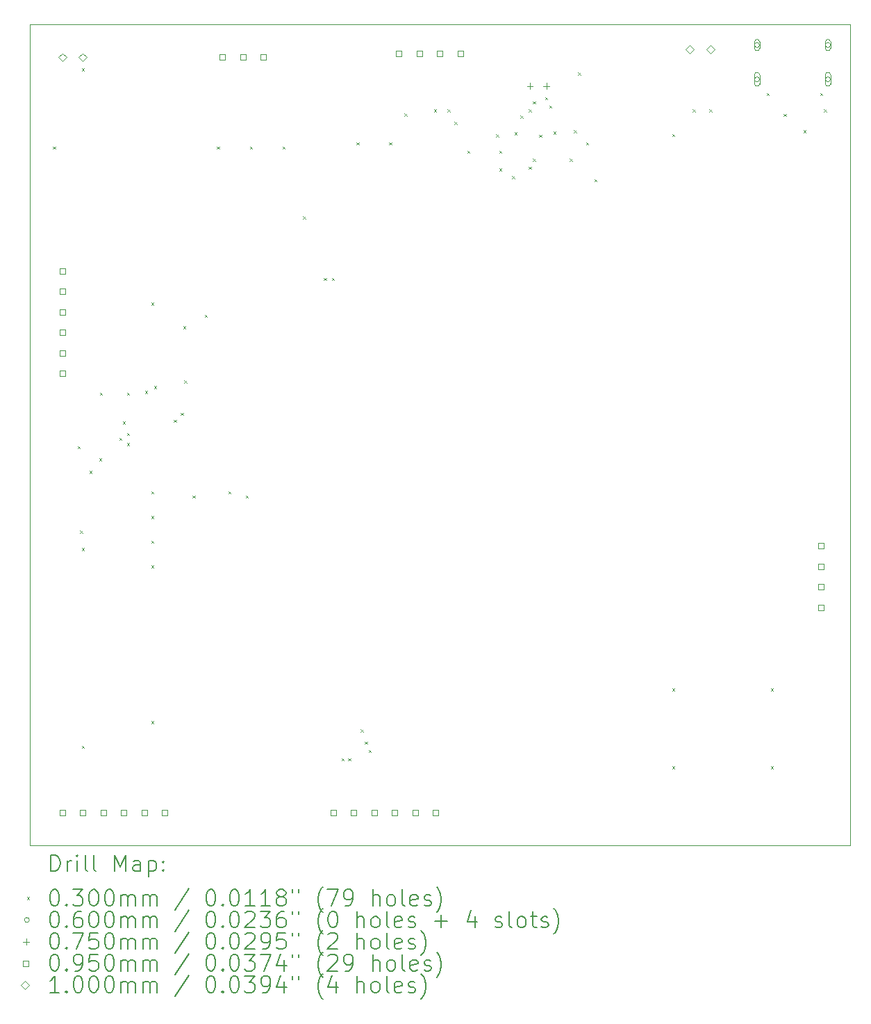
<source format=gbr>
%TF.GenerationSoftware,KiCad,Pcbnew,8.0.2*%
%TF.CreationDate,2024-10-06T17:23:39-06:00*%
%TF.ProjectId,kicad,6b696361-642e-46b6-9963-61645f706362,rev?*%
%TF.SameCoordinates,Original*%
%TF.FileFunction,Drillmap*%
%TF.FilePolarity,Positive*%
%FSLAX45Y45*%
G04 Gerber Fmt 4.5, Leading zero omitted, Abs format (unit mm)*
G04 Created by KiCad (PCBNEW 8.0.2) date 2024-10-06 17:23:39*
%MOMM*%
%LPD*%
G01*
G04 APERTURE LIST*
%ADD10C,0.050000*%
%ADD11C,0.200000*%
%ADD12C,0.100000*%
G04 APERTURE END LIST*
D10*
X9300000Y-4700000D02*
X19300000Y-4700000D01*
X19300000Y-14700000D01*
X9300000Y-14700000D01*
X9300000Y-4700000D01*
D11*
D12*
X9585000Y-6185000D02*
X9615000Y-6215000D01*
X9615000Y-6185000D02*
X9585000Y-6215000D01*
X9885000Y-9835000D02*
X9915000Y-9865000D01*
X9915000Y-9835000D02*
X9885000Y-9865000D01*
X9916074Y-10866074D02*
X9946074Y-10896074D01*
X9946074Y-10866074D02*
X9916074Y-10896074D01*
X9935000Y-5235000D02*
X9965000Y-5265000D01*
X9965000Y-5235000D02*
X9935000Y-5265000D01*
X9935000Y-11075000D02*
X9965000Y-11105000D01*
X9965000Y-11075000D02*
X9935000Y-11105000D01*
X9935000Y-13485000D02*
X9965000Y-13515000D01*
X9965000Y-13485000D02*
X9935000Y-13515000D01*
X10028750Y-10135000D02*
X10058750Y-10165000D01*
X10058750Y-10135000D02*
X10028750Y-10165000D01*
X10148750Y-9985000D02*
X10178750Y-10015000D01*
X10178750Y-9985000D02*
X10148750Y-10015000D01*
X10155000Y-9185000D02*
X10185000Y-9215000D01*
X10185000Y-9185000D02*
X10155000Y-9215000D01*
X10395000Y-9735000D02*
X10425000Y-9765000D01*
X10425000Y-9735000D02*
X10395000Y-9765000D01*
X10435000Y-9535000D02*
X10465000Y-9565000D01*
X10465000Y-9535000D02*
X10435000Y-9565000D01*
X10485000Y-9185000D02*
X10515000Y-9215000D01*
X10515000Y-9185000D02*
X10485000Y-9215000D01*
X10485000Y-9675000D02*
X10515000Y-9705000D01*
X10515000Y-9675000D02*
X10485000Y-9705000D01*
X10485000Y-9795000D02*
X10515000Y-9825000D01*
X10515000Y-9795000D02*
X10485000Y-9825000D01*
X10706074Y-9163926D02*
X10736074Y-9193926D01*
X10736074Y-9163926D02*
X10706074Y-9193926D01*
X10785000Y-8085000D02*
X10815000Y-8115000D01*
X10815000Y-8085000D02*
X10785000Y-8115000D01*
X10785000Y-10385000D02*
X10815000Y-10415000D01*
X10815000Y-10385000D02*
X10785000Y-10415000D01*
X10785000Y-10685000D02*
X10815000Y-10715000D01*
X10815000Y-10685000D02*
X10785000Y-10715000D01*
X10785000Y-10985000D02*
X10815000Y-11015000D01*
X10815000Y-10985000D02*
X10785000Y-11015000D01*
X10785000Y-11285000D02*
X10815000Y-11315000D01*
X10815000Y-11285000D02*
X10785000Y-11315000D01*
X10785000Y-13185000D02*
X10815000Y-13215000D01*
X10815000Y-13185000D02*
X10785000Y-13215000D01*
X10815926Y-9104073D02*
X10845926Y-9134073D01*
X10845926Y-9104073D02*
X10815926Y-9134073D01*
X11056074Y-9513926D02*
X11086074Y-9543926D01*
X11086074Y-9513926D02*
X11056074Y-9543926D01*
X11140927Y-9429074D02*
X11170927Y-9459074D01*
X11170927Y-9429074D02*
X11140927Y-9459074D01*
X11174360Y-8375139D02*
X11204359Y-8405140D01*
X11204359Y-8375139D02*
X11174360Y-8405140D01*
X11185000Y-9035000D02*
X11215000Y-9065000D01*
X11215000Y-9035000D02*
X11185000Y-9065000D01*
X11285000Y-10435000D02*
X11315000Y-10465000D01*
X11315000Y-10435000D02*
X11285000Y-10465000D01*
X11435000Y-8235000D02*
X11465000Y-8265000D01*
X11465000Y-8235000D02*
X11435000Y-8265000D01*
X11585000Y-6185000D02*
X11615000Y-6215000D01*
X11615000Y-6185000D02*
X11585000Y-6215000D01*
X11722500Y-10385000D02*
X11752500Y-10415000D01*
X11752500Y-10385000D02*
X11722500Y-10415000D01*
X11935000Y-10435000D02*
X11965000Y-10465000D01*
X11965000Y-10435000D02*
X11935000Y-10465000D01*
X11985000Y-6185000D02*
X12015000Y-6215000D01*
X12015000Y-6185000D02*
X11985000Y-6215000D01*
X12385000Y-6185000D02*
X12415000Y-6215000D01*
X12415000Y-6185000D02*
X12385000Y-6215000D01*
X12635000Y-7035000D02*
X12665000Y-7065000D01*
X12665000Y-7035000D02*
X12635000Y-7065000D01*
X12885000Y-7785000D02*
X12915000Y-7815000D01*
X12915000Y-7785000D02*
X12885000Y-7815000D01*
X12985000Y-7785000D02*
X13015000Y-7815000D01*
X13015000Y-7785000D02*
X12985000Y-7815000D01*
X13102573Y-13637426D02*
X13132573Y-13667426D01*
X13132573Y-13637426D02*
X13102573Y-13667426D01*
X13185000Y-13635000D02*
X13215000Y-13665000D01*
X13215000Y-13635000D02*
X13185000Y-13665000D01*
X13285000Y-6135000D02*
X13315000Y-6165000D01*
X13315000Y-6135000D02*
X13285000Y-6165000D01*
X13335000Y-13285000D02*
X13365000Y-13315000D01*
X13365000Y-13285000D02*
X13335000Y-13315000D01*
X13385000Y-13435000D02*
X13415000Y-13465000D01*
X13415000Y-13435000D02*
X13385000Y-13465000D01*
X13435000Y-13535000D02*
X13465000Y-13565000D01*
X13465000Y-13535000D02*
X13435000Y-13565000D01*
X13685000Y-6135000D02*
X13715000Y-6165000D01*
X13715000Y-6135000D02*
X13685000Y-6165000D01*
X13871250Y-5785000D02*
X13901250Y-5815000D01*
X13901250Y-5785000D02*
X13871250Y-5815000D01*
X14227500Y-5735000D02*
X14257500Y-5765000D01*
X14257500Y-5735000D02*
X14227500Y-5765000D01*
X14392500Y-5735000D02*
X14422500Y-5765000D01*
X14422500Y-5735000D02*
X14392500Y-5765000D01*
X14477500Y-5885000D02*
X14507500Y-5915000D01*
X14507500Y-5885000D02*
X14477500Y-5915000D01*
X14635000Y-6235000D02*
X14665000Y-6265000D01*
X14665000Y-6235000D02*
X14635000Y-6265000D01*
X14985000Y-6040000D02*
X15015000Y-6070000D01*
X15015000Y-6040000D02*
X14985000Y-6070000D01*
X15023091Y-6235000D02*
X15053091Y-6265000D01*
X15053091Y-6235000D02*
X15023091Y-6265000D01*
X15023091Y-6454409D02*
X15053091Y-6484409D01*
X15053091Y-6454409D02*
X15023091Y-6484409D01*
X15181612Y-6546250D02*
X15211612Y-6576250D01*
X15211612Y-6546250D02*
X15181612Y-6576250D01*
X15211210Y-6011210D02*
X15241210Y-6041210D01*
X15241210Y-6011210D02*
X15211210Y-6041210D01*
X15285000Y-5807500D02*
X15315000Y-5837500D01*
X15315000Y-5807500D02*
X15285000Y-5837500D01*
X15385000Y-5735000D02*
X15415000Y-5765000D01*
X15415000Y-5735000D02*
X15385000Y-5765000D01*
X15385000Y-6431250D02*
X15415000Y-6461250D01*
X15415000Y-6431250D02*
X15385000Y-6461250D01*
X15435000Y-6335000D02*
X15465000Y-6365000D01*
X15465000Y-6335000D02*
X15435000Y-6365000D01*
X15437500Y-5635000D02*
X15467500Y-5665000D01*
X15467500Y-5635000D02*
X15437500Y-5665000D01*
X15512500Y-6043817D02*
X15542500Y-6073817D01*
X15542500Y-6043817D02*
X15512500Y-6073817D01*
X15585000Y-5585000D02*
X15615000Y-5615000D01*
X15615000Y-5585000D02*
X15585000Y-5615000D01*
X15635000Y-5685000D02*
X15665000Y-5715000D01*
X15665000Y-5685000D02*
X15635000Y-5715000D01*
X15685000Y-6002500D02*
X15715000Y-6032500D01*
X15715000Y-6002500D02*
X15685000Y-6032500D01*
X15885000Y-6335000D02*
X15915000Y-6365000D01*
X15915000Y-6335000D02*
X15885000Y-6365000D01*
X15935000Y-5985000D02*
X15965000Y-6015000D01*
X15965000Y-5985000D02*
X15935000Y-6015000D01*
X15985000Y-5285000D02*
X16015000Y-5315000D01*
X16015000Y-5285000D02*
X15985000Y-5315000D01*
X16085000Y-6135000D02*
X16115000Y-6165000D01*
X16115000Y-6135000D02*
X16085000Y-6165000D01*
X16185000Y-6585000D02*
X16215000Y-6615000D01*
X16215000Y-6585000D02*
X16185000Y-6615000D01*
X17135000Y-6035000D02*
X17165000Y-6065000D01*
X17165000Y-6035000D02*
X17135000Y-6065000D01*
X17135000Y-12785000D02*
X17165000Y-12815000D01*
X17165000Y-12785000D02*
X17135000Y-12815000D01*
X17135000Y-13735000D02*
X17165000Y-13765000D01*
X17165000Y-13735000D02*
X17135000Y-13765000D01*
X17385000Y-5735000D02*
X17415000Y-5765000D01*
X17415000Y-5735000D02*
X17385000Y-5765000D01*
X17585000Y-5735000D02*
X17615000Y-5765000D01*
X17615000Y-5735000D02*
X17585000Y-5765000D01*
X18285000Y-5535000D02*
X18315000Y-5565000D01*
X18315000Y-5535000D02*
X18285000Y-5565000D01*
X18335000Y-12785000D02*
X18365000Y-12815000D01*
X18365000Y-12785000D02*
X18335000Y-12815000D01*
X18335000Y-13735000D02*
X18365000Y-13765000D01*
X18365000Y-13735000D02*
X18335000Y-13765000D01*
X18490695Y-5789580D02*
X18520695Y-5819580D01*
X18520695Y-5789580D02*
X18490695Y-5819580D01*
X18735000Y-5985000D02*
X18765000Y-6015000D01*
X18765000Y-5985000D02*
X18735000Y-6015000D01*
X18935000Y-5535000D02*
X18965000Y-5565000D01*
X18965000Y-5535000D02*
X18935000Y-5565000D01*
X18985000Y-5735000D02*
X19015000Y-5765000D01*
X19015000Y-5735000D02*
X18985000Y-5765000D01*
X18198000Y-4950000D02*
G75*
G02*
X18138000Y-4950000I-30000J0D01*
G01*
X18138000Y-4950000D02*
G75*
G02*
X18198000Y-4950000I30000J0D01*
G01*
X18198000Y-4990000D02*
X18198000Y-4910000D01*
X18138000Y-4910000D02*
G75*
G02*
X18198000Y-4910000I30000J0D01*
G01*
X18138000Y-4910000D02*
X18138000Y-4990000D01*
X18138000Y-4990000D02*
G75*
G03*
X18198000Y-4990000I30000J0D01*
G01*
X18198000Y-5368000D02*
G75*
G02*
X18138000Y-5368000I-30000J0D01*
G01*
X18138000Y-5368000D02*
G75*
G02*
X18198000Y-5368000I30000J0D01*
G01*
X18198000Y-5423000D02*
X18198000Y-5313000D01*
X18138000Y-5313000D02*
G75*
G02*
X18198000Y-5313000I30000J0D01*
G01*
X18138000Y-5313000D02*
X18138000Y-5423000D01*
X18138000Y-5423000D02*
G75*
G03*
X18198000Y-5423000I30000J0D01*
G01*
X19062000Y-4950000D02*
G75*
G02*
X19002000Y-4950000I-30000J0D01*
G01*
X19002000Y-4950000D02*
G75*
G02*
X19062000Y-4950000I30000J0D01*
G01*
X19062000Y-4990000D02*
X19062000Y-4910000D01*
X19002000Y-4910000D02*
G75*
G02*
X19062000Y-4910000I30000J0D01*
G01*
X19002000Y-4910000D02*
X19002000Y-4990000D01*
X19002000Y-4990000D02*
G75*
G03*
X19062000Y-4990000I30000J0D01*
G01*
X19062000Y-5368000D02*
G75*
G02*
X19002000Y-5368000I-30000J0D01*
G01*
X19002000Y-5368000D02*
G75*
G02*
X19062000Y-5368000I30000J0D01*
G01*
X19062000Y-5423000D02*
X19062000Y-5313000D01*
X19002000Y-5313000D02*
G75*
G02*
X19062000Y-5313000I30000J0D01*
G01*
X19002000Y-5313000D02*
X19002000Y-5423000D01*
X19002000Y-5423000D02*
G75*
G03*
X19062000Y-5423000I30000J0D01*
G01*
X15400000Y-5412500D02*
X15400000Y-5487500D01*
X15362500Y-5450000D02*
X15437500Y-5450000D01*
X15600000Y-5412500D02*
X15600000Y-5487500D01*
X15562500Y-5450000D02*
X15637500Y-5450000D01*
X9733588Y-7733588D02*
X9733588Y-7666412D01*
X9666412Y-7666412D01*
X9666412Y-7733588D01*
X9733588Y-7733588D01*
X9733588Y-7983588D02*
X9733588Y-7916412D01*
X9666412Y-7916412D01*
X9666412Y-7983588D01*
X9733588Y-7983588D01*
X9733588Y-8233588D02*
X9733588Y-8166412D01*
X9666412Y-8166412D01*
X9666412Y-8233588D01*
X9733588Y-8233588D01*
X9733588Y-8483588D02*
X9733588Y-8416412D01*
X9666412Y-8416412D01*
X9666412Y-8483588D01*
X9733588Y-8483588D01*
X9733588Y-8733588D02*
X9733588Y-8666412D01*
X9666412Y-8666412D01*
X9666412Y-8733588D01*
X9733588Y-8733588D01*
X9733588Y-8983588D02*
X9733588Y-8916412D01*
X9666412Y-8916412D01*
X9666412Y-8983588D01*
X9733588Y-8983588D01*
X9733588Y-14333588D02*
X9733588Y-14266412D01*
X9666412Y-14266412D01*
X9666412Y-14333588D01*
X9733588Y-14333588D01*
X9983588Y-14333588D02*
X9983588Y-14266412D01*
X9916412Y-14266412D01*
X9916412Y-14333588D01*
X9983588Y-14333588D01*
X10233588Y-14333588D02*
X10233588Y-14266412D01*
X10166412Y-14266412D01*
X10166412Y-14333588D01*
X10233588Y-14333588D01*
X10483588Y-14333588D02*
X10483588Y-14266412D01*
X10416412Y-14266412D01*
X10416412Y-14333588D01*
X10483588Y-14333588D01*
X10733588Y-14333588D02*
X10733588Y-14266412D01*
X10666412Y-14266412D01*
X10666412Y-14333588D01*
X10733588Y-14333588D01*
X10983588Y-14333588D02*
X10983588Y-14266412D01*
X10916412Y-14266412D01*
X10916412Y-14333588D01*
X10983588Y-14333588D01*
X11683588Y-5133588D02*
X11683588Y-5066412D01*
X11616412Y-5066412D01*
X11616412Y-5133588D01*
X11683588Y-5133588D01*
X11933588Y-5133588D02*
X11933588Y-5066412D01*
X11866412Y-5066412D01*
X11866412Y-5133588D01*
X11933588Y-5133588D01*
X12183588Y-5133588D02*
X12183588Y-5066412D01*
X12116412Y-5066412D01*
X12116412Y-5133588D01*
X12183588Y-5133588D01*
X13033588Y-14333588D02*
X13033588Y-14266412D01*
X12966412Y-14266412D01*
X12966412Y-14333588D01*
X13033588Y-14333588D01*
X13283588Y-14333588D02*
X13283588Y-14266412D01*
X13216412Y-14266412D01*
X13216412Y-14333588D01*
X13283588Y-14333588D01*
X13533588Y-14333588D02*
X13533588Y-14266412D01*
X13466412Y-14266412D01*
X13466412Y-14333588D01*
X13533588Y-14333588D01*
X13783588Y-14333588D02*
X13783588Y-14266412D01*
X13716412Y-14266412D01*
X13716412Y-14333588D01*
X13783588Y-14333588D01*
X13833588Y-5083588D02*
X13833588Y-5016412D01*
X13766412Y-5016412D01*
X13766412Y-5083588D01*
X13833588Y-5083588D01*
X14033588Y-14333588D02*
X14033588Y-14266412D01*
X13966412Y-14266412D01*
X13966412Y-14333588D01*
X14033588Y-14333588D01*
X14083588Y-5083588D02*
X14083588Y-5016412D01*
X14016412Y-5016412D01*
X14016412Y-5083588D01*
X14083588Y-5083588D01*
X14283588Y-14333588D02*
X14283588Y-14266412D01*
X14216412Y-14266412D01*
X14216412Y-14333588D01*
X14283588Y-14333588D01*
X14333588Y-5083588D02*
X14333588Y-5016412D01*
X14266412Y-5016412D01*
X14266412Y-5083588D01*
X14333588Y-5083588D01*
X14583588Y-5083588D02*
X14583588Y-5016412D01*
X14516412Y-5016412D01*
X14516412Y-5083588D01*
X14583588Y-5083588D01*
X18983588Y-11083588D02*
X18983588Y-11016412D01*
X18916412Y-11016412D01*
X18916412Y-11083588D01*
X18983588Y-11083588D01*
X18983588Y-11333588D02*
X18983588Y-11266412D01*
X18916412Y-11266412D01*
X18916412Y-11333588D01*
X18983588Y-11333588D01*
X18983588Y-11583588D02*
X18983588Y-11516412D01*
X18916412Y-11516412D01*
X18916412Y-11583588D01*
X18983588Y-11583588D01*
X18983588Y-11833588D02*
X18983588Y-11766412D01*
X18916412Y-11766412D01*
X18916412Y-11833588D01*
X18983588Y-11833588D01*
X9700000Y-5150000D02*
X9750000Y-5100000D01*
X9700000Y-5050000D01*
X9650000Y-5100000D01*
X9700000Y-5150000D01*
X9950000Y-5150000D02*
X10000000Y-5100000D01*
X9950000Y-5050000D01*
X9900000Y-5100000D01*
X9950000Y-5150000D01*
X17350000Y-5050000D02*
X17400000Y-5000000D01*
X17350000Y-4950000D01*
X17300000Y-5000000D01*
X17350000Y-5050000D01*
X17600000Y-5050000D02*
X17650000Y-5000000D01*
X17600000Y-4950000D01*
X17550000Y-5000000D01*
X17600000Y-5050000D01*
D11*
X9558277Y-15013984D02*
X9558277Y-14813984D01*
X9558277Y-14813984D02*
X9605896Y-14813984D01*
X9605896Y-14813984D02*
X9634467Y-14823508D01*
X9634467Y-14823508D02*
X9653515Y-14842555D01*
X9653515Y-14842555D02*
X9663039Y-14861603D01*
X9663039Y-14861603D02*
X9672563Y-14899698D01*
X9672563Y-14899698D02*
X9672563Y-14928269D01*
X9672563Y-14928269D02*
X9663039Y-14966365D01*
X9663039Y-14966365D02*
X9653515Y-14985412D01*
X9653515Y-14985412D02*
X9634467Y-15004460D01*
X9634467Y-15004460D02*
X9605896Y-15013984D01*
X9605896Y-15013984D02*
X9558277Y-15013984D01*
X9758277Y-15013984D02*
X9758277Y-14880650D01*
X9758277Y-14918746D02*
X9767801Y-14899698D01*
X9767801Y-14899698D02*
X9777324Y-14890174D01*
X9777324Y-14890174D02*
X9796372Y-14880650D01*
X9796372Y-14880650D02*
X9815420Y-14880650D01*
X9882086Y-15013984D02*
X9882086Y-14880650D01*
X9882086Y-14813984D02*
X9872563Y-14823508D01*
X9872563Y-14823508D02*
X9882086Y-14833031D01*
X9882086Y-14833031D02*
X9891610Y-14823508D01*
X9891610Y-14823508D02*
X9882086Y-14813984D01*
X9882086Y-14813984D02*
X9882086Y-14833031D01*
X10005896Y-15013984D02*
X9986848Y-15004460D01*
X9986848Y-15004460D02*
X9977324Y-14985412D01*
X9977324Y-14985412D02*
X9977324Y-14813984D01*
X10110658Y-15013984D02*
X10091610Y-15004460D01*
X10091610Y-15004460D02*
X10082086Y-14985412D01*
X10082086Y-14985412D02*
X10082086Y-14813984D01*
X10339229Y-15013984D02*
X10339229Y-14813984D01*
X10339229Y-14813984D02*
X10405896Y-14956841D01*
X10405896Y-14956841D02*
X10472563Y-14813984D01*
X10472563Y-14813984D02*
X10472563Y-15013984D01*
X10653515Y-15013984D02*
X10653515Y-14909222D01*
X10653515Y-14909222D02*
X10643991Y-14890174D01*
X10643991Y-14890174D02*
X10624944Y-14880650D01*
X10624944Y-14880650D02*
X10586848Y-14880650D01*
X10586848Y-14880650D02*
X10567801Y-14890174D01*
X10653515Y-15004460D02*
X10634467Y-15013984D01*
X10634467Y-15013984D02*
X10586848Y-15013984D01*
X10586848Y-15013984D02*
X10567801Y-15004460D01*
X10567801Y-15004460D02*
X10558277Y-14985412D01*
X10558277Y-14985412D02*
X10558277Y-14966365D01*
X10558277Y-14966365D02*
X10567801Y-14947317D01*
X10567801Y-14947317D02*
X10586848Y-14937793D01*
X10586848Y-14937793D02*
X10634467Y-14937793D01*
X10634467Y-14937793D02*
X10653515Y-14928269D01*
X10748753Y-14880650D02*
X10748753Y-15080650D01*
X10748753Y-14890174D02*
X10767801Y-14880650D01*
X10767801Y-14880650D02*
X10805896Y-14880650D01*
X10805896Y-14880650D02*
X10824944Y-14890174D01*
X10824944Y-14890174D02*
X10834467Y-14899698D01*
X10834467Y-14899698D02*
X10843991Y-14918746D01*
X10843991Y-14918746D02*
X10843991Y-14975888D01*
X10843991Y-14975888D02*
X10834467Y-14994936D01*
X10834467Y-14994936D02*
X10824944Y-15004460D01*
X10824944Y-15004460D02*
X10805896Y-15013984D01*
X10805896Y-15013984D02*
X10767801Y-15013984D01*
X10767801Y-15013984D02*
X10748753Y-15004460D01*
X10929705Y-14994936D02*
X10939229Y-15004460D01*
X10939229Y-15004460D02*
X10929705Y-15013984D01*
X10929705Y-15013984D02*
X10920182Y-15004460D01*
X10920182Y-15004460D02*
X10929705Y-14994936D01*
X10929705Y-14994936D02*
X10929705Y-15013984D01*
X10929705Y-14890174D02*
X10939229Y-14899698D01*
X10939229Y-14899698D02*
X10929705Y-14909222D01*
X10929705Y-14909222D02*
X10920182Y-14899698D01*
X10920182Y-14899698D02*
X10929705Y-14890174D01*
X10929705Y-14890174D02*
X10929705Y-14909222D01*
D12*
X9267500Y-15327500D02*
X9297500Y-15357500D01*
X9297500Y-15327500D02*
X9267500Y-15357500D01*
D11*
X9596372Y-15233984D02*
X9615420Y-15233984D01*
X9615420Y-15233984D02*
X9634467Y-15243508D01*
X9634467Y-15243508D02*
X9643991Y-15253031D01*
X9643991Y-15253031D02*
X9653515Y-15272079D01*
X9653515Y-15272079D02*
X9663039Y-15310174D01*
X9663039Y-15310174D02*
X9663039Y-15357793D01*
X9663039Y-15357793D02*
X9653515Y-15395888D01*
X9653515Y-15395888D02*
X9643991Y-15414936D01*
X9643991Y-15414936D02*
X9634467Y-15424460D01*
X9634467Y-15424460D02*
X9615420Y-15433984D01*
X9615420Y-15433984D02*
X9596372Y-15433984D01*
X9596372Y-15433984D02*
X9577324Y-15424460D01*
X9577324Y-15424460D02*
X9567801Y-15414936D01*
X9567801Y-15414936D02*
X9558277Y-15395888D01*
X9558277Y-15395888D02*
X9548753Y-15357793D01*
X9548753Y-15357793D02*
X9548753Y-15310174D01*
X9548753Y-15310174D02*
X9558277Y-15272079D01*
X9558277Y-15272079D02*
X9567801Y-15253031D01*
X9567801Y-15253031D02*
X9577324Y-15243508D01*
X9577324Y-15243508D02*
X9596372Y-15233984D01*
X9748753Y-15414936D02*
X9758277Y-15424460D01*
X9758277Y-15424460D02*
X9748753Y-15433984D01*
X9748753Y-15433984D02*
X9739229Y-15424460D01*
X9739229Y-15424460D02*
X9748753Y-15414936D01*
X9748753Y-15414936D02*
X9748753Y-15433984D01*
X9824944Y-15233984D02*
X9948753Y-15233984D01*
X9948753Y-15233984D02*
X9882086Y-15310174D01*
X9882086Y-15310174D02*
X9910658Y-15310174D01*
X9910658Y-15310174D02*
X9929705Y-15319698D01*
X9929705Y-15319698D02*
X9939229Y-15329222D01*
X9939229Y-15329222D02*
X9948753Y-15348269D01*
X9948753Y-15348269D02*
X9948753Y-15395888D01*
X9948753Y-15395888D02*
X9939229Y-15414936D01*
X9939229Y-15414936D02*
X9929705Y-15424460D01*
X9929705Y-15424460D02*
X9910658Y-15433984D01*
X9910658Y-15433984D02*
X9853515Y-15433984D01*
X9853515Y-15433984D02*
X9834467Y-15424460D01*
X9834467Y-15424460D02*
X9824944Y-15414936D01*
X10072563Y-15233984D02*
X10091610Y-15233984D01*
X10091610Y-15233984D02*
X10110658Y-15243508D01*
X10110658Y-15243508D02*
X10120182Y-15253031D01*
X10120182Y-15253031D02*
X10129705Y-15272079D01*
X10129705Y-15272079D02*
X10139229Y-15310174D01*
X10139229Y-15310174D02*
X10139229Y-15357793D01*
X10139229Y-15357793D02*
X10129705Y-15395888D01*
X10129705Y-15395888D02*
X10120182Y-15414936D01*
X10120182Y-15414936D02*
X10110658Y-15424460D01*
X10110658Y-15424460D02*
X10091610Y-15433984D01*
X10091610Y-15433984D02*
X10072563Y-15433984D01*
X10072563Y-15433984D02*
X10053515Y-15424460D01*
X10053515Y-15424460D02*
X10043991Y-15414936D01*
X10043991Y-15414936D02*
X10034467Y-15395888D01*
X10034467Y-15395888D02*
X10024944Y-15357793D01*
X10024944Y-15357793D02*
X10024944Y-15310174D01*
X10024944Y-15310174D02*
X10034467Y-15272079D01*
X10034467Y-15272079D02*
X10043991Y-15253031D01*
X10043991Y-15253031D02*
X10053515Y-15243508D01*
X10053515Y-15243508D02*
X10072563Y-15233984D01*
X10263039Y-15233984D02*
X10282086Y-15233984D01*
X10282086Y-15233984D02*
X10301134Y-15243508D01*
X10301134Y-15243508D02*
X10310658Y-15253031D01*
X10310658Y-15253031D02*
X10320182Y-15272079D01*
X10320182Y-15272079D02*
X10329705Y-15310174D01*
X10329705Y-15310174D02*
X10329705Y-15357793D01*
X10329705Y-15357793D02*
X10320182Y-15395888D01*
X10320182Y-15395888D02*
X10310658Y-15414936D01*
X10310658Y-15414936D02*
X10301134Y-15424460D01*
X10301134Y-15424460D02*
X10282086Y-15433984D01*
X10282086Y-15433984D02*
X10263039Y-15433984D01*
X10263039Y-15433984D02*
X10243991Y-15424460D01*
X10243991Y-15424460D02*
X10234467Y-15414936D01*
X10234467Y-15414936D02*
X10224944Y-15395888D01*
X10224944Y-15395888D02*
X10215420Y-15357793D01*
X10215420Y-15357793D02*
X10215420Y-15310174D01*
X10215420Y-15310174D02*
X10224944Y-15272079D01*
X10224944Y-15272079D02*
X10234467Y-15253031D01*
X10234467Y-15253031D02*
X10243991Y-15243508D01*
X10243991Y-15243508D02*
X10263039Y-15233984D01*
X10415420Y-15433984D02*
X10415420Y-15300650D01*
X10415420Y-15319698D02*
X10424944Y-15310174D01*
X10424944Y-15310174D02*
X10443991Y-15300650D01*
X10443991Y-15300650D02*
X10472563Y-15300650D01*
X10472563Y-15300650D02*
X10491610Y-15310174D01*
X10491610Y-15310174D02*
X10501134Y-15329222D01*
X10501134Y-15329222D02*
X10501134Y-15433984D01*
X10501134Y-15329222D02*
X10510658Y-15310174D01*
X10510658Y-15310174D02*
X10529705Y-15300650D01*
X10529705Y-15300650D02*
X10558277Y-15300650D01*
X10558277Y-15300650D02*
X10577325Y-15310174D01*
X10577325Y-15310174D02*
X10586848Y-15329222D01*
X10586848Y-15329222D02*
X10586848Y-15433984D01*
X10682086Y-15433984D02*
X10682086Y-15300650D01*
X10682086Y-15319698D02*
X10691610Y-15310174D01*
X10691610Y-15310174D02*
X10710658Y-15300650D01*
X10710658Y-15300650D02*
X10739229Y-15300650D01*
X10739229Y-15300650D02*
X10758277Y-15310174D01*
X10758277Y-15310174D02*
X10767801Y-15329222D01*
X10767801Y-15329222D02*
X10767801Y-15433984D01*
X10767801Y-15329222D02*
X10777325Y-15310174D01*
X10777325Y-15310174D02*
X10796372Y-15300650D01*
X10796372Y-15300650D02*
X10824944Y-15300650D01*
X10824944Y-15300650D02*
X10843991Y-15310174D01*
X10843991Y-15310174D02*
X10853515Y-15329222D01*
X10853515Y-15329222D02*
X10853515Y-15433984D01*
X11243991Y-15224460D02*
X11072563Y-15481603D01*
X11501134Y-15233984D02*
X11520182Y-15233984D01*
X11520182Y-15233984D02*
X11539229Y-15243508D01*
X11539229Y-15243508D02*
X11548753Y-15253031D01*
X11548753Y-15253031D02*
X11558277Y-15272079D01*
X11558277Y-15272079D02*
X11567801Y-15310174D01*
X11567801Y-15310174D02*
X11567801Y-15357793D01*
X11567801Y-15357793D02*
X11558277Y-15395888D01*
X11558277Y-15395888D02*
X11548753Y-15414936D01*
X11548753Y-15414936D02*
X11539229Y-15424460D01*
X11539229Y-15424460D02*
X11520182Y-15433984D01*
X11520182Y-15433984D02*
X11501134Y-15433984D01*
X11501134Y-15433984D02*
X11482086Y-15424460D01*
X11482086Y-15424460D02*
X11472563Y-15414936D01*
X11472563Y-15414936D02*
X11463039Y-15395888D01*
X11463039Y-15395888D02*
X11453515Y-15357793D01*
X11453515Y-15357793D02*
X11453515Y-15310174D01*
X11453515Y-15310174D02*
X11463039Y-15272079D01*
X11463039Y-15272079D02*
X11472563Y-15253031D01*
X11472563Y-15253031D02*
X11482086Y-15243508D01*
X11482086Y-15243508D02*
X11501134Y-15233984D01*
X11653515Y-15414936D02*
X11663039Y-15424460D01*
X11663039Y-15424460D02*
X11653515Y-15433984D01*
X11653515Y-15433984D02*
X11643991Y-15424460D01*
X11643991Y-15424460D02*
X11653515Y-15414936D01*
X11653515Y-15414936D02*
X11653515Y-15433984D01*
X11786848Y-15233984D02*
X11805896Y-15233984D01*
X11805896Y-15233984D02*
X11824944Y-15243508D01*
X11824944Y-15243508D02*
X11834467Y-15253031D01*
X11834467Y-15253031D02*
X11843991Y-15272079D01*
X11843991Y-15272079D02*
X11853515Y-15310174D01*
X11853515Y-15310174D02*
X11853515Y-15357793D01*
X11853515Y-15357793D02*
X11843991Y-15395888D01*
X11843991Y-15395888D02*
X11834467Y-15414936D01*
X11834467Y-15414936D02*
X11824944Y-15424460D01*
X11824944Y-15424460D02*
X11805896Y-15433984D01*
X11805896Y-15433984D02*
X11786848Y-15433984D01*
X11786848Y-15433984D02*
X11767801Y-15424460D01*
X11767801Y-15424460D02*
X11758277Y-15414936D01*
X11758277Y-15414936D02*
X11748753Y-15395888D01*
X11748753Y-15395888D02*
X11739229Y-15357793D01*
X11739229Y-15357793D02*
X11739229Y-15310174D01*
X11739229Y-15310174D02*
X11748753Y-15272079D01*
X11748753Y-15272079D02*
X11758277Y-15253031D01*
X11758277Y-15253031D02*
X11767801Y-15243508D01*
X11767801Y-15243508D02*
X11786848Y-15233984D01*
X12043991Y-15433984D02*
X11929706Y-15433984D01*
X11986848Y-15433984D02*
X11986848Y-15233984D01*
X11986848Y-15233984D02*
X11967801Y-15262555D01*
X11967801Y-15262555D02*
X11948753Y-15281603D01*
X11948753Y-15281603D02*
X11929706Y-15291127D01*
X12234467Y-15433984D02*
X12120182Y-15433984D01*
X12177325Y-15433984D02*
X12177325Y-15233984D01*
X12177325Y-15233984D02*
X12158277Y-15262555D01*
X12158277Y-15262555D02*
X12139229Y-15281603D01*
X12139229Y-15281603D02*
X12120182Y-15291127D01*
X12348753Y-15319698D02*
X12329706Y-15310174D01*
X12329706Y-15310174D02*
X12320182Y-15300650D01*
X12320182Y-15300650D02*
X12310658Y-15281603D01*
X12310658Y-15281603D02*
X12310658Y-15272079D01*
X12310658Y-15272079D02*
X12320182Y-15253031D01*
X12320182Y-15253031D02*
X12329706Y-15243508D01*
X12329706Y-15243508D02*
X12348753Y-15233984D01*
X12348753Y-15233984D02*
X12386848Y-15233984D01*
X12386848Y-15233984D02*
X12405896Y-15243508D01*
X12405896Y-15243508D02*
X12415420Y-15253031D01*
X12415420Y-15253031D02*
X12424944Y-15272079D01*
X12424944Y-15272079D02*
X12424944Y-15281603D01*
X12424944Y-15281603D02*
X12415420Y-15300650D01*
X12415420Y-15300650D02*
X12405896Y-15310174D01*
X12405896Y-15310174D02*
X12386848Y-15319698D01*
X12386848Y-15319698D02*
X12348753Y-15319698D01*
X12348753Y-15319698D02*
X12329706Y-15329222D01*
X12329706Y-15329222D02*
X12320182Y-15338746D01*
X12320182Y-15338746D02*
X12310658Y-15357793D01*
X12310658Y-15357793D02*
X12310658Y-15395888D01*
X12310658Y-15395888D02*
X12320182Y-15414936D01*
X12320182Y-15414936D02*
X12329706Y-15424460D01*
X12329706Y-15424460D02*
X12348753Y-15433984D01*
X12348753Y-15433984D02*
X12386848Y-15433984D01*
X12386848Y-15433984D02*
X12405896Y-15424460D01*
X12405896Y-15424460D02*
X12415420Y-15414936D01*
X12415420Y-15414936D02*
X12424944Y-15395888D01*
X12424944Y-15395888D02*
X12424944Y-15357793D01*
X12424944Y-15357793D02*
X12415420Y-15338746D01*
X12415420Y-15338746D02*
X12405896Y-15329222D01*
X12405896Y-15329222D02*
X12386848Y-15319698D01*
X12501134Y-15233984D02*
X12501134Y-15272079D01*
X12577325Y-15233984D02*
X12577325Y-15272079D01*
X12872563Y-15510174D02*
X12863039Y-15500650D01*
X12863039Y-15500650D02*
X12843991Y-15472079D01*
X12843991Y-15472079D02*
X12834468Y-15453031D01*
X12834468Y-15453031D02*
X12824944Y-15424460D01*
X12824944Y-15424460D02*
X12815420Y-15376841D01*
X12815420Y-15376841D02*
X12815420Y-15338746D01*
X12815420Y-15338746D02*
X12824944Y-15291127D01*
X12824944Y-15291127D02*
X12834468Y-15262555D01*
X12834468Y-15262555D02*
X12843991Y-15243508D01*
X12843991Y-15243508D02*
X12863039Y-15214936D01*
X12863039Y-15214936D02*
X12872563Y-15205412D01*
X12929706Y-15233984D02*
X13063039Y-15233984D01*
X13063039Y-15233984D02*
X12977325Y-15433984D01*
X13148753Y-15433984D02*
X13186848Y-15433984D01*
X13186848Y-15433984D02*
X13205896Y-15424460D01*
X13205896Y-15424460D02*
X13215420Y-15414936D01*
X13215420Y-15414936D02*
X13234468Y-15386365D01*
X13234468Y-15386365D02*
X13243991Y-15348269D01*
X13243991Y-15348269D02*
X13243991Y-15272079D01*
X13243991Y-15272079D02*
X13234468Y-15253031D01*
X13234468Y-15253031D02*
X13224944Y-15243508D01*
X13224944Y-15243508D02*
X13205896Y-15233984D01*
X13205896Y-15233984D02*
X13167801Y-15233984D01*
X13167801Y-15233984D02*
X13148753Y-15243508D01*
X13148753Y-15243508D02*
X13139229Y-15253031D01*
X13139229Y-15253031D02*
X13129706Y-15272079D01*
X13129706Y-15272079D02*
X13129706Y-15319698D01*
X13129706Y-15319698D02*
X13139229Y-15338746D01*
X13139229Y-15338746D02*
X13148753Y-15348269D01*
X13148753Y-15348269D02*
X13167801Y-15357793D01*
X13167801Y-15357793D02*
X13205896Y-15357793D01*
X13205896Y-15357793D02*
X13224944Y-15348269D01*
X13224944Y-15348269D02*
X13234468Y-15338746D01*
X13234468Y-15338746D02*
X13243991Y-15319698D01*
X13482087Y-15433984D02*
X13482087Y-15233984D01*
X13567801Y-15433984D02*
X13567801Y-15329222D01*
X13567801Y-15329222D02*
X13558277Y-15310174D01*
X13558277Y-15310174D02*
X13539230Y-15300650D01*
X13539230Y-15300650D02*
X13510658Y-15300650D01*
X13510658Y-15300650D02*
X13491610Y-15310174D01*
X13491610Y-15310174D02*
X13482087Y-15319698D01*
X13691610Y-15433984D02*
X13672563Y-15424460D01*
X13672563Y-15424460D02*
X13663039Y-15414936D01*
X13663039Y-15414936D02*
X13653515Y-15395888D01*
X13653515Y-15395888D02*
X13653515Y-15338746D01*
X13653515Y-15338746D02*
X13663039Y-15319698D01*
X13663039Y-15319698D02*
X13672563Y-15310174D01*
X13672563Y-15310174D02*
X13691610Y-15300650D01*
X13691610Y-15300650D02*
X13720182Y-15300650D01*
X13720182Y-15300650D02*
X13739230Y-15310174D01*
X13739230Y-15310174D02*
X13748753Y-15319698D01*
X13748753Y-15319698D02*
X13758277Y-15338746D01*
X13758277Y-15338746D02*
X13758277Y-15395888D01*
X13758277Y-15395888D02*
X13748753Y-15414936D01*
X13748753Y-15414936D02*
X13739230Y-15424460D01*
X13739230Y-15424460D02*
X13720182Y-15433984D01*
X13720182Y-15433984D02*
X13691610Y-15433984D01*
X13872563Y-15433984D02*
X13853515Y-15424460D01*
X13853515Y-15424460D02*
X13843991Y-15405412D01*
X13843991Y-15405412D02*
X13843991Y-15233984D01*
X14024944Y-15424460D02*
X14005896Y-15433984D01*
X14005896Y-15433984D02*
X13967801Y-15433984D01*
X13967801Y-15433984D02*
X13948753Y-15424460D01*
X13948753Y-15424460D02*
X13939230Y-15405412D01*
X13939230Y-15405412D02*
X13939230Y-15329222D01*
X13939230Y-15329222D02*
X13948753Y-15310174D01*
X13948753Y-15310174D02*
X13967801Y-15300650D01*
X13967801Y-15300650D02*
X14005896Y-15300650D01*
X14005896Y-15300650D02*
X14024944Y-15310174D01*
X14024944Y-15310174D02*
X14034468Y-15329222D01*
X14034468Y-15329222D02*
X14034468Y-15348269D01*
X14034468Y-15348269D02*
X13939230Y-15367317D01*
X14110658Y-15424460D02*
X14129706Y-15433984D01*
X14129706Y-15433984D02*
X14167801Y-15433984D01*
X14167801Y-15433984D02*
X14186849Y-15424460D01*
X14186849Y-15424460D02*
X14196372Y-15405412D01*
X14196372Y-15405412D02*
X14196372Y-15395888D01*
X14196372Y-15395888D02*
X14186849Y-15376841D01*
X14186849Y-15376841D02*
X14167801Y-15367317D01*
X14167801Y-15367317D02*
X14139230Y-15367317D01*
X14139230Y-15367317D02*
X14120182Y-15357793D01*
X14120182Y-15357793D02*
X14110658Y-15338746D01*
X14110658Y-15338746D02*
X14110658Y-15329222D01*
X14110658Y-15329222D02*
X14120182Y-15310174D01*
X14120182Y-15310174D02*
X14139230Y-15300650D01*
X14139230Y-15300650D02*
X14167801Y-15300650D01*
X14167801Y-15300650D02*
X14186849Y-15310174D01*
X14263039Y-15510174D02*
X14272563Y-15500650D01*
X14272563Y-15500650D02*
X14291611Y-15472079D01*
X14291611Y-15472079D02*
X14301134Y-15453031D01*
X14301134Y-15453031D02*
X14310658Y-15424460D01*
X14310658Y-15424460D02*
X14320182Y-15376841D01*
X14320182Y-15376841D02*
X14320182Y-15338746D01*
X14320182Y-15338746D02*
X14310658Y-15291127D01*
X14310658Y-15291127D02*
X14301134Y-15262555D01*
X14301134Y-15262555D02*
X14291611Y-15243508D01*
X14291611Y-15243508D02*
X14272563Y-15214936D01*
X14272563Y-15214936D02*
X14263039Y-15205412D01*
D12*
X9297500Y-15606500D02*
G75*
G02*
X9237500Y-15606500I-30000J0D01*
G01*
X9237500Y-15606500D02*
G75*
G02*
X9297500Y-15606500I30000J0D01*
G01*
D11*
X9596372Y-15497984D02*
X9615420Y-15497984D01*
X9615420Y-15497984D02*
X9634467Y-15507508D01*
X9634467Y-15507508D02*
X9643991Y-15517031D01*
X9643991Y-15517031D02*
X9653515Y-15536079D01*
X9653515Y-15536079D02*
X9663039Y-15574174D01*
X9663039Y-15574174D02*
X9663039Y-15621793D01*
X9663039Y-15621793D02*
X9653515Y-15659888D01*
X9653515Y-15659888D02*
X9643991Y-15678936D01*
X9643991Y-15678936D02*
X9634467Y-15688460D01*
X9634467Y-15688460D02*
X9615420Y-15697984D01*
X9615420Y-15697984D02*
X9596372Y-15697984D01*
X9596372Y-15697984D02*
X9577324Y-15688460D01*
X9577324Y-15688460D02*
X9567801Y-15678936D01*
X9567801Y-15678936D02*
X9558277Y-15659888D01*
X9558277Y-15659888D02*
X9548753Y-15621793D01*
X9548753Y-15621793D02*
X9548753Y-15574174D01*
X9548753Y-15574174D02*
X9558277Y-15536079D01*
X9558277Y-15536079D02*
X9567801Y-15517031D01*
X9567801Y-15517031D02*
X9577324Y-15507508D01*
X9577324Y-15507508D02*
X9596372Y-15497984D01*
X9748753Y-15678936D02*
X9758277Y-15688460D01*
X9758277Y-15688460D02*
X9748753Y-15697984D01*
X9748753Y-15697984D02*
X9739229Y-15688460D01*
X9739229Y-15688460D02*
X9748753Y-15678936D01*
X9748753Y-15678936D02*
X9748753Y-15697984D01*
X9929705Y-15497984D02*
X9891610Y-15497984D01*
X9891610Y-15497984D02*
X9872563Y-15507508D01*
X9872563Y-15507508D02*
X9863039Y-15517031D01*
X9863039Y-15517031D02*
X9843991Y-15545603D01*
X9843991Y-15545603D02*
X9834467Y-15583698D01*
X9834467Y-15583698D02*
X9834467Y-15659888D01*
X9834467Y-15659888D02*
X9843991Y-15678936D01*
X9843991Y-15678936D02*
X9853515Y-15688460D01*
X9853515Y-15688460D02*
X9872563Y-15697984D01*
X9872563Y-15697984D02*
X9910658Y-15697984D01*
X9910658Y-15697984D02*
X9929705Y-15688460D01*
X9929705Y-15688460D02*
X9939229Y-15678936D01*
X9939229Y-15678936D02*
X9948753Y-15659888D01*
X9948753Y-15659888D02*
X9948753Y-15612269D01*
X9948753Y-15612269D02*
X9939229Y-15593222D01*
X9939229Y-15593222D02*
X9929705Y-15583698D01*
X9929705Y-15583698D02*
X9910658Y-15574174D01*
X9910658Y-15574174D02*
X9872563Y-15574174D01*
X9872563Y-15574174D02*
X9853515Y-15583698D01*
X9853515Y-15583698D02*
X9843991Y-15593222D01*
X9843991Y-15593222D02*
X9834467Y-15612269D01*
X10072563Y-15497984D02*
X10091610Y-15497984D01*
X10091610Y-15497984D02*
X10110658Y-15507508D01*
X10110658Y-15507508D02*
X10120182Y-15517031D01*
X10120182Y-15517031D02*
X10129705Y-15536079D01*
X10129705Y-15536079D02*
X10139229Y-15574174D01*
X10139229Y-15574174D02*
X10139229Y-15621793D01*
X10139229Y-15621793D02*
X10129705Y-15659888D01*
X10129705Y-15659888D02*
X10120182Y-15678936D01*
X10120182Y-15678936D02*
X10110658Y-15688460D01*
X10110658Y-15688460D02*
X10091610Y-15697984D01*
X10091610Y-15697984D02*
X10072563Y-15697984D01*
X10072563Y-15697984D02*
X10053515Y-15688460D01*
X10053515Y-15688460D02*
X10043991Y-15678936D01*
X10043991Y-15678936D02*
X10034467Y-15659888D01*
X10034467Y-15659888D02*
X10024944Y-15621793D01*
X10024944Y-15621793D02*
X10024944Y-15574174D01*
X10024944Y-15574174D02*
X10034467Y-15536079D01*
X10034467Y-15536079D02*
X10043991Y-15517031D01*
X10043991Y-15517031D02*
X10053515Y-15507508D01*
X10053515Y-15507508D02*
X10072563Y-15497984D01*
X10263039Y-15497984D02*
X10282086Y-15497984D01*
X10282086Y-15497984D02*
X10301134Y-15507508D01*
X10301134Y-15507508D02*
X10310658Y-15517031D01*
X10310658Y-15517031D02*
X10320182Y-15536079D01*
X10320182Y-15536079D02*
X10329705Y-15574174D01*
X10329705Y-15574174D02*
X10329705Y-15621793D01*
X10329705Y-15621793D02*
X10320182Y-15659888D01*
X10320182Y-15659888D02*
X10310658Y-15678936D01*
X10310658Y-15678936D02*
X10301134Y-15688460D01*
X10301134Y-15688460D02*
X10282086Y-15697984D01*
X10282086Y-15697984D02*
X10263039Y-15697984D01*
X10263039Y-15697984D02*
X10243991Y-15688460D01*
X10243991Y-15688460D02*
X10234467Y-15678936D01*
X10234467Y-15678936D02*
X10224944Y-15659888D01*
X10224944Y-15659888D02*
X10215420Y-15621793D01*
X10215420Y-15621793D02*
X10215420Y-15574174D01*
X10215420Y-15574174D02*
X10224944Y-15536079D01*
X10224944Y-15536079D02*
X10234467Y-15517031D01*
X10234467Y-15517031D02*
X10243991Y-15507508D01*
X10243991Y-15507508D02*
X10263039Y-15497984D01*
X10415420Y-15697984D02*
X10415420Y-15564650D01*
X10415420Y-15583698D02*
X10424944Y-15574174D01*
X10424944Y-15574174D02*
X10443991Y-15564650D01*
X10443991Y-15564650D02*
X10472563Y-15564650D01*
X10472563Y-15564650D02*
X10491610Y-15574174D01*
X10491610Y-15574174D02*
X10501134Y-15593222D01*
X10501134Y-15593222D02*
X10501134Y-15697984D01*
X10501134Y-15593222D02*
X10510658Y-15574174D01*
X10510658Y-15574174D02*
X10529705Y-15564650D01*
X10529705Y-15564650D02*
X10558277Y-15564650D01*
X10558277Y-15564650D02*
X10577325Y-15574174D01*
X10577325Y-15574174D02*
X10586848Y-15593222D01*
X10586848Y-15593222D02*
X10586848Y-15697984D01*
X10682086Y-15697984D02*
X10682086Y-15564650D01*
X10682086Y-15583698D02*
X10691610Y-15574174D01*
X10691610Y-15574174D02*
X10710658Y-15564650D01*
X10710658Y-15564650D02*
X10739229Y-15564650D01*
X10739229Y-15564650D02*
X10758277Y-15574174D01*
X10758277Y-15574174D02*
X10767801Y-15593222D01*
X10767801Y-15593222D02*
X10767801Y-15697984D01*
X10767801Y-15593222D02*
X10777325Y-15574174D01*
X10777325Y-15574174D02*
X10796372Y-15564650D01*
X10796372Y-15564650D02*
X10824944Y-15564650D01*
X10824944Y-15564650D02*
X10843991Y-15574174D01*
X10843991Y-15574174D02*
X10853515Y-15593222D01*
X10853515Y-15593222D02*
X10853515Y-15697984D01*
X11243991Y-15488460D02*
X11072563Y-15745603D01*
X11501134Y-15497984D02*
X11520182Y-15497984D01*
X11520182Y-15497984D02*
X11539229Y-15507508D01*
X11539229Y-15507508D02*
X11548753Y-15517031D01*
X11548753Y-15517031D02*
X11558277Y-15536079D01*
X11558277Y-15536079D02*
X11567801Y-15574174D01*
X11567801Y-15574174D02*
X11567801Y-15621793D01*
X11567801Y-15621793D02*
X11558277Y-15659888D01*
X11558277Y-15659888D02*
X11548753Y-15678936D01*
X11548753Y-15678936D02*
X11539229Y-15688460D01*
X11539229Y-15688460D02*
X11520182Y-15697984D01*
X11520182Y-15697984D02*
X11501134Y-15697984D01*
X11501134Y-15697984D02*
X11482086Y-15688460D01*
X11482086Y-15688460D02*
X11472563Y-15678936D01*
X11472563Y-15678936D02*
X11463039Y-15659888D01*
X11463039Y-15659888D02*
X11453515Y-15621793D01*
X11453515Y-15621793D02*
X11453515Y-15574174D01*
X11453515Y-15574174D02*
X11463039Y-15536079D01*
X11463039Y-15536079D02*
X11472563Y-15517031D01*
X11472563Y-15517031D02*
X11482086Y-15507508D01*
X11482086Y-15507508D02*
X11501134Y-15497984D01*
X11653515Y-15678936D02*
X11663039Y-15688460D01*
X11663039Y-15688460D02*
X11653515Y-15697984D01*
X11653515Y-15697984D02*
X11643991Y-15688460D01*
X11643991Y-15688460D02*
X11653515Y-15678936D01*
X11653515Y-15678936D02*
X11653515Y-15697984D01*
X11786848Y-15497984D02*
X11805896Y-15497984D01*
X11805896Y-15497984D02*
X11824944Y-15507508D01*
X11824944Y-15507508D02*
X11834467Y-15517031D01*
X11834467Y-15517031D02*
X11843991Y-15536079D01*
X11843991Y-15536079D02*
X11853515Y-15574174D01*
X11853515Y-15574174D02*
X11853515Y-15621793D01*
X11853515Y-15621793D02*
X11843991Y-15659888D01*
X11843991Y-15659888D02*
X11834467Y-15678936D01*
X11834467Y-15678936D02*
X11824944Y-15688460D01*
X11824944Y-15688460D02*
X11805896Y-15697984D01*
X11805896Y-15697984D02*
X11786848Y-15697984D01*
X11786848Y-15697984D02*
X11767801Y-15688460D01*
X11767801Y-15688460D02*
X11758277Y-15678936D01*
X11758277Y-15678936D02*
X11748753Y-15659888D01*
X11748753Y-15659888D02*
X11739229Y-15621793D01*
X11739229Y-15621793D02*
X11739229Y-15574174D01*
X11739229Y-15574174D02*
X11748753Y-15536079D01*
X11748753Y-15536079D02*
X11758277Y-15517031D01*
X11758277Y-15517031D02*
X11767801Y-15507508D01*
X11767801Y-15507508D02*
X11786848Y-15497984D01*
X11929706Y-15517031D02*
X11939229Y-15507508D01*
X11939229Y-15507508D02*
X11958277Y-15497984D01*
X11958277Y-15497984D02*
X12005896Y-15497984D01*
X12005896Y-15497984D02*
X12024944Y-15507508D01*
X12024944Y-15507508D02*
X12034467Y-15517031D01*
X12034467Y-15517031D02*
X12043991Y-15536079D01*
X12043991Y-15536079D02*
X12043991Y-15555127D01*
X12043991Y-15555127D02*
X12034467Y-15583698D01*
X12034467Y-15583698D02*
X11920182Y-15697984D01*
X11920182Y-15697984D02*
X12043991Y-15697984D01*
X12110658Y-15497984D02*
X12234467Y-15497984D01*
X12234467Y-15497984D02*
X12167801Y-15574174D01*
X12167801Y-15574174D02*
X12196372Y-15574174D01*
X12196372Y-15574174D02*
X12215420Y-15583698D01*
X12215420Y-15583698D02*
X12224944Y-15593222D01*
X12224944Y-15593222D02*
X12234467Y-15612269D01*
X12234467Y-15612269D02*
X12234467Y-15659888D01*
X12234467Y-15659888D02*
X12224944Y-15678936D01*
X12224944Y-15678936D02*
X12215420Y-15688460D01*
X12215420Y-15688460D02*
X12196372Y-15697984D01*
X12196372Y-15697984D02*
X12139229Y-15697984D01*
X12139229Y-15697984D02*
X12120182Y-15688460D01*
X12120182Y-15688460D02*
X12110658Y-15678936D01*
X12405896Y-15497984D02*
X12367801Y-15497984D01*
X12367801Y-15497984D02*
X12348753Y-15507508D01*
X12348753Y-15507508D02*
X12339229Y-15517031D01*
X12339229Y-15517031D02*
X12320182Y-15545603D01*
X12320182Y-15545603D02*
X12310658Y-15583698D01*
X12310658Y-15583698D02*
X12310658Y-15659888D01*
X12310658Y-15659888D02*
X12320182Y-15678936D01*
X12320182Y-15678936D02*
X12329706Y-15688460D01*
X12329706Y-15688460D02*
X12348753Y-15697984D01*
X12348753Y-15697984D02*
X12386848Y-15697984D01*
X12386848Y-15697984D02*
X12405896Y-15688460D01*
X12405896Y-15688460D02*
X12415420Y-15678936D01*
X12415420Y-15678936D02*
X12424944Y-15659888D01*
X12424944Y-15659888D02*
X12424944Y-15612269D01*
X12424944Y-15612269D02*
X12415420Y-15593222D01*
X12415420Y-15593222D02*
X12405896Y-15583698D01*
X12405896Y-15583698D02*
X12386848Y-15574174D01*
X12386848Y-15574174D02*
X12348753Y-15574174D01*
X12348753Y-15574174D02*
X12329706Y-15583698D01*
X12329706Y-15583698D02*
X12320182Y-15593222D01*
X12320182Y-15593222D02*
X12310658Y-15612269D01*
X12501134Y-15497984D02*
X12501134Y-15536079D01*
X12577325Y-15497984D02*
X12577325Y-15536079D01*
X12872563Y-15774174D02*
X12863039Y-15764650D01*
X12863039Y-15764650D02*
X12843991Y-15736079D01*
X12843991Y-15736079D02*
X12834468Y-15717031D01*
X12834468Y-15717031D02*
X12824944Y-15688460D01*
X12824944Y-15688460D02*
X12815420Y-15640841D01*
X12815420Y-15640841D02*
X12815420Y-15602746D01*
X12815420Y-15602746D02*
X12824944Y-15555127D01*
X12824944Y-15555127D02*
X12834468Y-15526555D01*
X12834468Y-15526555D02*
X12843991Y-15507508D01*
X12843991Y-15507508D02*
X12863039Y-15478936D01*
X12863039Y-15478936D02*
X12872563Y-15469412D01*
X12986848Y-15497984D02*
X13005896Y-15497984D01*
X13005896Y-15497984D02*
X13024944Y-15507508D01*
X13024944Y-15507508D02*
X13034468Y-15517031D01*
X13034468Y-15517031D02*
X13043991Y-15536079D01*
X13043991Y-15536079D02*
X13053515Y-15574174D01*
X13053515Y-15574174D02*
X13053515Y-15621793D01*
X13053515Y-15621793D02*
X13043991Y-15659888D01*
X13043991Y-15659888D02*
X13034468Y-15678936D01*
X13034468Y-15678936D02*
X13024944Y-15688460D01*
X13024944Y-15688460D02*
X13005896Y-15697984D01*
X13005896Y-15697984D02*
X12986848Y-15697984D01*
X12986848Y-15697984D02*
X12967801Y-15688460D01*
X12967801Y-15688460D02*
X12958277Y-15678936D01*
X12958277Y-15678936D02*
X12948753Y-15659888D01*
X12948753Y-15659888D02*
X12939229Y-15621793D01*
X12939229Y-15621793D02*
X12939229Y-15574174D01*
X12939229Y-15574174D02*
X12948753Y-15536079D01*
X12948753Y-15536079D02*
X12958277Y-15517031D01*
X12958277Y-15517031D02*
X12967801Y-15507508D01*
X12967801Y-15507508D02*
X12986848Y-15497984D01*
X13291610Y-15697984D02*
X13291610Y-15497984D01*
X13377325Y-15697984D02*
X13377325Y-15593222D01*
X13377325Y-15593222D02*
X13367801Y-15574174D01*
X13367801Y-15574174D02*
X13348753Y-15564650D01*
X13348753Y-15564650D02*
X13320182Y-15564650D01*
X13320182Y-15564650D02*
X13301134Y-15574174D01*
X13301134Y-15574174D02*
X13291610Y-15583698D01*
X13501134Y-15697984D02*
X13482087Y-15688460D01*
X13482087Y-15688460D02*
X13472563Y-15678936D01*
X13472563Y-15678936D02*
X13463039Y-15659888D01*
X13463039Y-15659888D02*
X13463039Y-15602746D01*
X13463039Y-15602746D02*
X13472563Y-15583698D01*
X13472563Y-15583698D02*
X13482087Y-15574174D01*
X13482087Y-15574174D02*
X13501134Y-15564650D01*
X13501134Y-15564650D02*
X13529706Y-15564650D01*
X13529706Y-15564650D02*
X13548753Y-15574174D01*
X13548753Y-15574174D02*
X13558277Y-15583698D01*
X13558277Y-15583698D02*
X13567801Y-15602746D01*
X13567801Y-15602746D02*
X13567801Y-15659888D01*
X13567801Y-15659888D02*
X13558277Y-15678936D01*
X13558277Y-15678936D02*
X13548753Y-15688460D01*
X13548753Y-15688460D02*
X13529706Y-15697984D01*
X13529706Y-15697984D02*
X13501134Y-15697984D01*
X13682087Y-15697984D02*
X13663039Y-15688460D01*
X13663039Y-15688460D02*
X13653515Y-15669412D01*
X13653515Y-15669412D02*
X13653515Y-15497984D01*
X13834468Y-15688460D02*
X13815420Y-15697984D01*
X13815420Y-15697984D02*
X13777325Y-15697984D01*
X13777325Y-15697984D02*
X13758277Y-15688460D01*
X13758277Y-15688460D02*
X13748753Y-15669412D01*
X13748753Y-15669412D02*
X13748753Y-15593222D01*
X13748753Y-15593222D02*
X13758277Y-15574174D01*
X13758277Y-15574174D02*
X13777325Y-15564650D01*
X13777325Y-15564650D02*
X13815420Y-15564650D01*
X13815420Y-15564650D02*
X13834468Y-15574174D01*
X13834468Y-15574174D02*
X13843991Y-15593222D01*
X13843991Y-15593222D02*
X13843991Y-15612269D01*
X13843991Y-15612269D02*
X13748753Y-15631317D01*
X13920182Y-15688460D02*
X13939230Y-15697984D01*
X13939230Y-15697984D02*
X13977325Y-15697984D01*
X13977325Y-15697984D02*
X13996372Y-15688460D01*
X13996372Y-15688460D02*
X14005896Y-15669412D01*
X14005896Y-15669412D02*
X14005896Y-15659888D01*
X14005896Y-15659888D02*
X13996372Y-15640841D01*
X13996372Y-15640841D02*
X13977325Y-15631317D01*
X13977325Y-15631317D02*
X13948753Y-15631317D01*
X13948753Y-15631317D02*
X13929706Y-15621793D01*
X13929706Y-15621793D02*
X13920182Y-15602746D01*
X13920182Y-15602746D02*
X13920182Y-15593222D01*
X13920182Y-15593222D02*
X13929706Y-15574174D01*
X13929706Y-15574174D02*
X13948753Y-15564650D01*
X13948753Y-15564650D02*
X13977325Y-15564650D01*
X13977325Y-15564650D02*
X13996372Y-15574174D01*
X14243992Y-15621793D02*
X14396373Y-15621793D01*
X14320182Y-15697984D02*
X14320182Y-15545603D01*
X14729706Y-15564650D02*
X14729706Y-15697984D01*
X14682087Y-15488460D02*
X14634468Y-15631317D01*
X14634468Y-15631317D02*
X14758277Y-15631317D01*
X14977325Y-15688460D02*
X14996373Y-15697984D01*
X14996373Y-15697984D02*
X15034468Y-15697984D01*
X15034468Y-15697984D02*
X15053515Y-15688460D01*
X15053515Y-15688460D02*
X15063039Y-15669412D01*
X15063039Y-15669412D02*
X15063039Y-15659888D01*
X15063039Y-15659888D02*
X15053515Y-15640841D01*
X15053515Y-15640841D02*
X15034468Y-15631317D01*
X15034468Y-15631317D02*
X15005896Y-15631317D01*
X15005896Y-15631317D02*
X14986849Y-15621793D01*
X14986849Y-15621793D02*
X14977325Y-15602746D01*
X14977325Y-15602746D02*
X14977325Y-15593222D01*
X14977325Y-15593222D02*
X14986849Y-15574174D01*
X14986849Y-15574174D02*
X15005896Y-15564650D01*
X15005896Y-15564650D02*
X15034468Y-15564650D01*
X15034468Y-15564650D02*
X15053515Y-15574174D01*
X15177325Y-15697984D02*
X15158277Y-15688460D01*
X15158277Y-15688460D02*
X15148754Y-15669412D01*
X15148754Y-15669412D02*
X15148754Y-15497984D01*
X15282087Y-15697984D02*
X15263039Y-15688460D01*
X15263039Y-15688460D02*
X15253515Y-15678936D01*
X15253515Y-15678936D02*
X15243992Y-15659888D01*
X15243992Y-15659888D02*
X15243992Y-15602746D01*
X15243992Y-15602746D02*
X15253515Y-15583698D01*
X15253515Y-15583698D02*
X15263039Y-15574174D01*
X15263039Y-15574174D02*
X15282087Y-15564650D01*
X15282087Y-15564650D02*
X15310658Y-15564650D01*
X15310658Y-15564650D02*
X15329706Y-15574174D01*
X15329706Y-15574174D02*
X15339230Y-15583698D01*
X15339230Y-15583698D02*
X15348754Y-15602746D01*
X15348754Y-15602746D02*
X15348754Y-15659888D01*
X15348754Y-15659888D02*
X15339230Y-15678936D01*
X15339230Y-15678936D02*
X15329706Y-15688460D01*
X15329706Y-15688460D02*
X15310658Y-15697984D01*
X15310658Y-15697984D02*
X15282087Y-15697984D01*
X15405896Y-15564650D02*
X15482087Y-15564650D01*
X15434468Y-15497984D02*
X15434468Y-15669412D01*
X15434468Y-15669412D02*
X15443992Y-15688460D01*
X15443992Y-15688460D02*
X15463039Y-15697984D01*
X15463039Y-15697984D02*
X15482087Y-15697984D01*
X15539230Y-15688460D02*
X15558277Y-15697984D01*
X15558277Y-15697984D02*
X15596373Y-15697984D01*
X15596373Y-15697984D02*
X15615420Y-15688460D01*
X15615420Y-15688460D02*
X15624944Y-15669412D01*
X15624944Y-15669412D02*
X15624944Y-15659888D01*
X15624944Y-15659888D02*
X15615420Y-15640841D01*
X15615420Y-15640841D02*
X15596373Y-15631317D01*
X15596373Y-15631317D02*
X15567801Y-15631317D01*
X15567801Y-15631317D02*
X15548754Y-15621793D01*
X15548754Y-15621793D02*
X15539230Y-15602746D01*
X15539230Y-15602746D02*
X15539230Y-15593222D01*
X15539230Y-15593222D02*
X15548754Y-15574174D01*
X15548754Y-15574174D02*
X15567801Y-15564650D01*
X15567801Y-15564650D02*
X15596373Y-15564650D01*
X15596373Y-15564650D02*
X15615420Y-15574174D01*
X15691611Y-15774174D02*
X15701135Y-15764650D01*
X15701135Y-15764650D02*
X15720182Y-15736079D01*
X15720182Y-15736079D02*
X15729706Y-15717031D01*
X15729706Y-15717031D02*
X15739230Y-15688460D01*
X15739230Y-15688460D02*
X15748754Y-15640841D01*
X15748754Y-15640841D02*
X15748754Y-15602746D01*
X15748754Y-15602746D02*
X15739230Y-15555127D01*
X15739230Y-15555127D02*
X15729706Y-15526555D01*
X15729706Y-15526555D02*
X15720182Y-15507508D01*
X15720182Y-15507508D02*
X15701135Y-15478936D01*
X15701135Y-15478936D02*
X15691611Y-15469412D01*
D12*
X9260000Y-15833000D02*
X9260000Y-15908000D01*
X9222500Y-15870500D02*
X9297500Y-15870500D01*
D11*
X9596372Y-15761984D02*
X9615420Y-15761984D01*
X9615420Y-15761984D02*
X9634467Y-15771508D01*
X9634467Y-15771508D02*
X9643991Y-15781031D01*
X9643991Y-15781031D02*
X9653515Y-15800079D01*
X9653515Y-15800079D02*
X9663039Y-15838174D01*
X9663039Y-15838174D02*
X9663039Y-15885793D01*
X9663039Y-15885793D02*
X9653515Y-15923888D01*
X9653515Y-15923888D02*
X9643991Y-15942936D01*
X9643991Y-15942936D02*
X9634467Y-15952460D01*
X9634467Y-15952460D02*
X9615420Y-15961984D01*
X9615420Y-15961984D02*
X9596372Y-15961984D01*
X9596372Y-15961984D02*
X9577324Y-15952460D01*
X9577324Y-15952460D02*
X9567801Y-15942936D01*
X9567801Y-15942936D02*
X9558277Y-15923888D01*
X9558277Y-15923888D02*
X9548753Y-15885793D01*
X9548753Y-15885793D02*
X9548753Y-15838174D01*
X9548753Y-15838174D02*
X9558277Y-15800079D01*
X9558277Y-15800079D02*
X9567801Y-15781031D01*
X9567801Y-15781031D02*
X9577324Y-15771508D01*
X9577324Y-15771508D02*
X9596372Y-15761984D01*
X9748753Y-15942936D02*
X9758277Y-15952460D01*
X9758277Y-15952460D02*
X9748753Y-15961984D01*
X9748753Y-15961984D02*
X9739229Y-15952460D01*
X9739229Y-15952460D02*
X9748753Y-15942936D01*
X9748753Y-15942936D02*
X9748753Y-15961984D01*
X9824944Y-15761984D02*
X9958277Y-15761984D01*
X9958277Y-15761984D02*
X9872563Y-15961984D01*
X10129705Y-15761984D02*
X10034467Y-15761984D01*
X10034467Y-15761984D02*
X10024944Y-15857222D01*
X10024944Y-15857222D02*
X10034467Y-15847698D01*
X10034467Y-15847698D02*
X10053515Y-15838174D01*
X10053515Y-15838174D02*
X10101134Y-15838174D01*
X10101134Y-15838174D02*
X10120182Y-15847698D01*
X10120182Y-15847698D02*
X10129705Y-15857222D01*
X10129705Y-15857222D02*
X10139229Y-15876269D01*
X10139229Y-15876269D02*
X10139229Y-15923888D01*
X10139229Y-15923888D02*
X10129705Y-15942936D01*
X10129705Y-15942936D02*
X10120182Y-15952460D01*
X10120182Y-15952460D02*
X10101134Y-15961984D01*
X10101134Y-15961984D02*
X10053515Y-15961984D01*
X10053515Y-15961984D02*
X10034467Y-15952460D01*
X10034467Y-15952460D02*
X10024944Y-15942936D01*
X10263039Y-15761984D02*
X10282086Y-15761984D01*
X10282086Y-15761984D02*
X10301134Y-15771508D01*
X10301134Y-15771508D02*
X10310658Y-15781031D01*
X10310658Y-15781031D02*
X10320182Y-15800079D01*
X10320182Y-15800079D02*
X10329705Y-15838174D01*
X10329705Y-15838174D02*
X10329705Y-15885793D01*
X10329705Y-15885793D02*
X10320182Y-15923888D01*
X10320182Y-15923888D02*
X10310658Y-15942936D01*
X10310658Y-15942936D02*
X10301134Y-15952460D01*
X10301134Y-15952460D02*
X10282086Y-15961984D01*
X10282086Y-15961984D02*
X10263039Y-15961984D01*
X10263039Y-15961984D02*
X10243991Y-15952460D01*
X10243991Y-15952460D02*
X10234467Y-15942936D01*
X10234467Y-15942936D02*
X10224944Y-15923888D01*
X10224944Y-15923888D02*
X10215420Y-15885793D01*
X10215420Y-15885793D02*
X10215420Y-15838174D01*
X10215420Y-15838174D02*
X10224944Y-15800079D01*
X10224944Y-15800079D02*
X10234467Y-15781031D01*
X10234467Y-15781031D02*
X10243991Y-15771508D01*
X10243991Y-15771508D02*
X10263039Y-15761984D01*
X10415420Y-15961984D02*
X10415420Y-15828650D01*
X10415420Y-15847698D02*
X10424944Y-15838174D01*
X10424944Y-15838174D02*
X10443991Y-15828650D01*
X10443991Y-15828650D02*
X10472563Y-15828650D01*
X10472563Y-15828650D02*
X10491610Y-15838174D01*
X10491610Y-15838174D02*
X10501134Y-15857222D01*
X10501134Y-15857222D02*
X10501134Y-15961984D01*
X10501134Y-15857222D02*
X10510658Y-15838174D01*
X10510658Y-15838174D02*
X10529705Y-15828650D01*
X10529705Y-15828650D02*
X10558277Y-15828650D01*
X10558277Y-15828650D02*
X10577325Y-15838174D01*
X10577325Y-15838174D02*
X10586848Y-15857222D01*
X10586848Y-15857222D02*
X10586848Y-15961984D01*
X10682086Y-15961984D02*
X10682086Y-15828650D01*
X10682086Y-15847698D02*
X10691610Y-15838174D01*
X10691610Y-15838174D02*
X10710658Y-15828650D01*
X10710658Y-15828650D02*
X10739229Y-15828650D01*
X10739229Y-15828650D02*
X10758277Y-15838174D01*
X10758277Y-15838174D02*
X10767801Y-15857222D01*
X10767801Y-15857222D02*
X10767801Y-15961984D01*
X10767801Y-15857222D02*
X10777325Y-15838174D01*
X10777325Y-15838174D02*
X10796372Y-15828650D01*
X10796372Y-15828650D02*
X10824944Y-15828650D01*
X10824944Y-15828650D02*
X10843991Y-15838174D01*
X10843991Y-15838174D02*
X10853515Y-15857222D01*
X10853515Y-15857222D02*
X10853515Y-15961984D01*
X11243991Y-15752460D02*
X11072563Y-16009603D01*
X11501134Y-15761984D02*
X11520182Y-15761984D01*
X11520182Y-15761984D02*
X11539229Y-15771508D01*
X11539229Y-15771508D02*
X11548753Y-15781031D01*
X11548753Y-15781031D02*
X11558277Y-15800079D01*
X11558277Y-15800079D02*
X11567801Y-15838174D01*
X11567801Y-15838174D02*
X11567801Y-15885793D01*
X11567801Y-15885793D02*
X11558277Y-15923888D01*
X11558277Y-15923888D02*
X11548753Y-15942936D01*
X11548753Y-15942936D02*
X11539229Y-15952460D01*
X11539229Y-15952460D02*
X11520182Y-15961984D01*
X11520182Y-15961984D02*
X11501134Y-15961984D01*
X11501134Y-15961984D02*
X11482086Y-15952460D01*
X11482086Y-15952460D02*
X11472563Y-15942936D01*
X11472563Y-15942936D02*
X11463039Y-15923888D01*
X11463039Y-15923888D02*
X11453515Y-15885793D01*
X11453515Y-15885793D02*
X11453515Y-15838174D01*
X11453515Y-15838174D02*
X11463039Y-15800079D01*
X11463039Y-15800079D02*
X11472563Y-15781031D01*
X11472563Y-15781031D02*
X11482086Y-15771508D01*
X11482086Y-15771508D02*
X11501134Y-15761984D01*
X11653515Y-15942936D02*
X11663039Y-15952460D01*
X11663039Y-15952460D02*
X11653515Y-15961984D01*
X11653515Y-15961984D02*
X11643991Y-15952460D01*
X11643991Y-15952460D02*
X11653515Y-15942936D01*
X11653515Y-15942936D02*
X11653515Y-15961984D01*
X11786848Y-15761984D02*
X11805896Y-15761984D01*
X11805896Y-15761984D02*
X11824944Y-15771508D01*
X11824944Y-15771508D02*
X11834467Y-15781031D01*
X11834467Y-15781031D02*
X11843991Y-15800079D01*
X11843991Y-15800079D02*
X11853515Y-15838174D01*
X11853515Y-15838174D02*
X11853515Y-15885793D01*
X11853515Y-15885793D02*
X11843991Y-15923888D01*
X11843991Y-15923888D02*
X11834467Y-15942936D01*
X11834467Y-15942936D02*
X11824944Y-15952460D01*
X11824944Y-15952460D02*
X11805896Y-15961984D01*
X11805896Y-15961984D02*
X11786848Y-15961984D01*
X11786848Y-15961984D02*
X11767801Y-15952460D01*
X11767801Y-15952460D02*
X11758277Y-15942936D01*
X11758277Y-15942936D02*
X11748753Y-15923888D01*
X11748753Y-15923888D02*
X11739229Y-15885793D01*
X11739229Y-15885793D02*
X11739229Y-15838174D01*
X11739229Y-15838174D02*
X11748753Y-15800079D01*
X11748753Y-15800079D02*
X11758277Y-15781031D01*
X11758277Y-15781031D02*
X11767801Y-15771508D01*
X11767801Y-15771508D02*
X11786848Y-15761984D01*
X11929706Y-15781031D02*
X11939229Y-15771508D01*
X11939229Y-15771508D02*
X11958277Y-15761984D01*
X11958277Y-15761984D02*
X12005896Y-15761984D01*
X12005896Y-15761984D02*
X12024944Y-15771508D01*
X12024944Y-15771508D02*
X12034467Y-15781031D01*
X12034467Y-15781031D02*
X12043991Y-15800079D01*
X12043991Y-15800079D02*
X12043991Y-15819127D01*
X12043991Y-15819127D02*
X12034467Y-15847698D01*
X12034467Y-15847698D02*
X11920182Y-15961984D01*
X11920182Y-15961984D02*
X12043991Y-15961984D01*
X12139229Y-15961984D02*
X12177325Y-15961984D01*
X12177325Y-15961984D02*
X12196372Y-15952460D01*
X12196372Y-15952460D02*
X12205896Y-15942936D01*
X12205896Y-15942936D02*
X12224944Y-15914365D01*
X12224944Y-15914365D02*
X12234467Y-15876269D01*
X12234467Y-15876269D02*
X12234467Y-15800079D01*
X12234467Y-15800079D02*
X12224944Y-15781031D01*
X12224944Y-15781031D02*
X12215420Y-15771508D01*
X12215420Y-15771508D02*
X12196372Y-15761984D01*
X12196372Y-15761984D02*
X12158277Y-15761984D01*
X12158277Y-15761984D02*
X12139229Y-15771508D01*
X12139229Y-15771508D02*
X12129706Y-15781031D01*
X12129706Y-15781031D02*
X12120182Y-15800079D01*
X12120182Y-15800079D02*
X12120182Y-15847698D01*
X12120182Y-15847698D02*
X12129706Y-15866746D01*
X12129706Y-15866746D02*
X12139229Y-15876269D01*
X12139229Y-15876269D02*
X12158277Y-15885793D01*
X12158277Y-15885793D02*
X12196372Y-15885793D01*
X12196372Y-15885793D02*
X12215420Y-15876269D01*
X12215420Y-15876269D02*
X12224944Y-15866746D01*
X12224944Y-15866746D02*
X12234467Y-15847698D01*
X12415420Y-15761984D02*
X12320182Y-15761984D01*
X12320182Y-15761984D02*
X12310658Y-15857222D01*
X12310658Y-15857222D02*
X12320182Y-15847698D01*
X12320182Y-15847698D02*
X12339229Y-15838174D01*
X12339229Y-15838174D02*
X12386848Y-15838174D01*
X12386848Y-15838174D02*
X12405896Y-15847698D01*
X12405896Y-15847698D02*
X12415420Y-15857222D01*
X12415420Y-15857222D02*
X12424944Y-15876269D01*
X12424944Y-15876269D02*
X12424944Y-15923888D01*
X12424944Y-15923888D02*
X12415420Y-15942936D01*
X12415420Y-15942936D02*
X12405896Y-15952460D01*
X12405896Y-15952460D02*
X12386848Y-15961984D01*
X12386848Y-15961984D02*
X12339229Y-15961984D01*
X12339229Y-15961984D02*
X12320182Y-15952460D01*
X12320182Y-15952460D02*
X12310658Y-15942936D01*
X12501134Y-15761984D02*
X12501134Y-15800079D01*
X12577325Y-15761984D02*
X12577325Y-15800079D01*
X12872563Y-16038174D02*
X12863039Y-16028650D01*
X12863039Y-16028650D02*
X12843991Y-16000079D01*
X12843991Y-16000079D02*
X12834468Y-15981031D01*
X12834468Y-15981031D02*
X12824944Y-15952460D01*
X12824944Y-15952460D02*
X12815420Y-15904841D01*
X12815420Y-15904841D02*
X12815420Y-15866746D01*
X12815420Y-15866746D02*
X12824944Y-15819127D01*
X12824944Y-15819127D02*
X12834468Y-15790555D01*
X12834468Y-15790555D02*
X12843991Y-15771508D01*
X12843991Y-15771508D02*
X12863039Y-15742936D01*
X12863039Y-15742936D02*
X12872563Y-15733412D01*
X12939229Y-15781031D02*
X12948753Y-15771508D01*
X12948753Y-15771508D02*
X12967801Y-15761984D01*
X12967801Y-15761984D02*
X13015420Y-15761984D01*
X13015420Y-15761984D02*
X13034468Y-15771508D01*
X13034468Y-15771508D02*
X13043991Y-15781031D01*
X13043991Y-15781031D02*
X13053515Y-15800079D01*
X13053515Y-15800079D02*
X13053515Y-15819127D01*
X13053515Y-15819127D02*
X13043991Y-15847698D01*
X13043991Y-15847698D02*
X12929706Y-15961984D01*
X12929706Y-15961984D02*
X13053515Y-15961984D01*
X13291610Y-15961984D02*
X13291610Y-15761984D01*
X13377325Y-15961984D02*
X13377325Y-15857222D01*
X13377325Y-15857222D02*
X13367801Y-15838174D01*
X13367801Y-15838174D02*
X13348753Y-15828650D01*
X13348753Y-15828650D02*
X13320182Y-15828650D01*
X13320182Y-15828650D02*
X13301134Y-15838174D01*
X13301134Y-15838174D02*
X13291610Y-15847698D01*
X13501134Y-15961984D02*
X13482087Y-15952460D01*
X13482087Y-15952460D02*
X13472563Y-15942936D01*
X13472563Y-15942936D02*
X13463039Y-15923888D01*
X13463039Y-15923888D02*
X13463039Y-15866746D01*
X13463039Y-15866746D02*
X13472563Y-15847698D01*
X13472563Y-15847698D02*
X13482087Y-15838174D01*
X13482087Y-15838174D02*
X13501134Y-15828650D01*
X13501134Y-15828650D02*
X13529706Y-15828650D01*
X13529706Y-15828650D02*
X13548753Y-15838174D01*
X13548753Y-15838174D02*
X13558277Y-15847698D01*
X13558277Y-15847698D02*
X13567801Y-15866746D01*
X13567801Y-15866746D02*
X13567801Y-15923888D01*
X13567801Y-15923888D02*
X13558277Y-15942936D01*
X13558277Y-15942936D02*
X13548753Y-15952460D01*
X13548753Y-15952460D02*
X13529706Y-15961984D01*
X13529706Y-15961984D02*
X13501134Y-15961984D01*
X13682087Y-15961984D02*
X13663039Y-15952460D01*
X13663039Y-15952460D02*
X13653515Y-15933412D01*
X13653515Y-15933412D02*
X13653515Y-15761984D01*
X13834468Y-15952460D02*
X13815420Y-15961984D01*
X13815420Y-15961984D02*
X13777325Y-15961984D01*
X13777325Y-15961984D02*
X13758277Y-15952460D01*
X13758277Y-15952460D02*
X13748753Y-15933412D01*
X13748753Y-15933412D02*
X13748753Y-15857222D01*
X13748753Y-15857222D02*
X13758277Y-15838174D01*
X13758277Y-15838174D02*
X13777325Y-15828650D01*
X13777325Y-15828650D02*
X13815420Y-15828650D01*
X13815420Y-15828650D02*
X13834468Y-15838174D01*
X13834468Y-15838174D02*
X13843991Y-15857222D01*
X13843991Y-15857222D02*
X13843991Y-15876269D01*
X13843991Y-15876269D02*
X13748753Y-15895317D01*
X13920182Y-15952460D02*
X13939230Y-15961984D01*
X13939230Y-15961984D02*
X13977325Y-15961984D01*
X13977325Y-15961984D02*
X13996372Y-15952460D01*
X13996372Y-15952460D02*
X14005896Y-15933412D01*
X14005896Y-15933412D02*
X14005896Y-15923888D01*
X14005896Y-15923888D02*
X13996372Y-15904841D01*
X13996372Y-15904841D02*
X13977325Y-15895317D01*
X13977325Y-15895317D02*
X13948753Y-15895317D01*
X13948753Y-15895317D02*
X13929706Y-15885793D01*
X13929706Y-15885793D02*
X13920182Y-15866746D01*
X13920182Y-15866746D02*
X13920182Y-15857222D01*
X13920182Y-15857222D02*
X13929706Y-15838174D01*
X13929706Y-15838174D02*
X13948753Y-15828650D01*
X13948753Y-15828650D02*
X13977325Y-15828650D01*
X13977325Y-15828650D02*
X13996372Y-15838174D01*
X14072563Y-16038174D02*
X14082087Y-16028650D01*
X14082087Y-16028650D02*
X14101134Y-16000079D01*
X14101134Y-16000079D02*
X14110658Y-15981031D01*
X14110658Y-15981031D02*
X14120182Y-15952460D01*
X14120182Y-15952460D02*
X14129706Y-15904841D01*
X14129706Y-15904841D02*
X14129706Y-15866746D01*
X14129706Y-15866746D02*
X14120182Y-15819127D01*
X14120182Y-15819127D02*
X14110658Y-15790555D01*
X14110658Y-15790555D02*
X14101134Y-15771508D01*
X14101134Y-15771508D02*
X14082087Y-15742936D01*
X14082087Y-15742936D02*
X14072563Y-15733412D01*
D12*
X9283588Y-16168088D02*
X9283588Y-16100912D01*
X9216412Y-16100912D01*
X9216412Y-16168088D01*
X9283588Y-16168088D01*
D11*
X9596372Y-16025984D02*
X9615420Y-16025984D01*
X9615420Y-16025984D02*
X9634467Y-16035508D01*
X9634467Y-16035508D02*
X9643991Y-16045031D01*
X9643991Y-16045031D02*
X9653515Y-16064079D01*
X9653515Y-16064079D02*
X9663039Y-16102174D01*
X9663039Y-16102174D02*
X9663039Y-16149793D01*
X9663039Y-16149793D02*
X9653515Y-16187888D01*
X9653515Y-16187888D02*
X9643991Y-16206936D01*
X9643991Y-16206936D02*
X9634467Y-16216460D01*
X9634467Y-16216460D02*
X9615420Y-16225984D01*
X9615420Y-16225984D02*
X9596372Y-16225984D01*
X9596372Y-16225984D02*
X9577324Y-16216460D01*
X9577324Y-16216460D02*
X9567801Y-16206936D01*
X9567801Y-16206936D02*
X9558277Y-16187888D01*
X9558277Y-16187888D02*
X9548753Y-16149793D01*
X9548753Y-16149793D02*
X9548753Y-16102174D01*
X9548753Y-16102174D02*
X9558277Y-16064079D01*
X9558277Y-16064079D02*
X9567801Y-16045031D01*
X9567801Y-16045031D02*
X9577324Y-16035508D01*
X9577324Y-16035508D02*
X9596372Y-16025984D01*
X9748753Y-16206936D02*
X9758277Y-16216460D01*
X9758277Y-16216460D02*
X9748753Y-16225984D01*
X9748753Y-16225984D02*
X9739229Y-16216460D01*
X9739229Y-16216460D02*
X9748753Y-16206936D01*
X9748753Y-16206936D02*
X9748753Y-16225984D01*
X9853515Y-16225984D02*
X9891610Y-16225984D01*
X9891610Y-16225984D02*
X9910658Y-16216460D01*
X9910658Y-16216460D02*
X9920182Y-16206936D01*
X9920182Y-16206936D02*
X9939229Y-16178365D01*
X9939229Y-16178365D02*
X9948753Y-16140269D01*
X9948753Y-16140269D02*
X9948753Y-16064079D01*
X9948753Y-16064079D02*
X9939229Y-16045031D01*
X9939229Y-16045031D02*
X9929705Y-16035508D01*
X9929705Y-16035508D02*
X9910658Y-16025984D01*
X9910658Y-16025984D02*
X9872563Y-16025984D01*
X9872563Y-16025984D02*
X9853515Y-16035508D01*
X9853515Y-16035508D02*
X9843991Y-16045031D01*
X9843991Y-16045031D02*
X9834467Y-16064079D01*
X9834467Y-16064079D02*
X9834467Y-16111698D01*
X9834467Y-16111698D02*
X9843991Y-16130746D01*
X9843991Y-16130746D02*
X9853515Y-16140269D01*
X9853515Y-16140269D02*
X9872563Y-16149793D01*
X9872563Y-16149793D02*
X9910658Y-16149793D01*
X9910658Y-16149793D02*
X9929705Y-16140269D01*
X9929705Y-16140269D02*
X9939229Y-16130746D01*
X9939229Y-16130746D02*
X9948753Y-16111698D01*
X10129705Y-16025984D02*
X10034467Y-16025984D01*
X10034467Y-16025984D02*
X10024944Y-16121222D01*
X10024944Y-16121222D02*
X10034467Y-16111698D01*
X10034467Y-16111698D02*
X10053515Y-16102174D01*
X10053515Y-16102174D02*
X10101134Y-16102174D01*
X10101134Y-16102174D02*
X10120182Y-16111698D01*
X10120182Y-16111698D02*
X10129705Y-16121222D01*
X10129705Y-16121222D02*
X10139229Y-16140269D01*
X10139229Y-16140269D02*
X10139229Y-16187888D01*
X10139229Y-16187888D02*
X10129705Y-16206936D01*
X10129705Y-16206936D02*
X10120182Y-16216460D01*
X10120182Y-16216460D02*
X10101134Y-16225984D01*
X10101134Y-16225984D02*
X10053515Y-16225984D01*
X10053515Y-16225984D02*
X10034467Y-16216460D01*
X10034467Y-16216460D02*
X10024944Y-16206936D01*
X10263039Y-16025984D02*
X10282086Y-16025984D01*
X10282086Y-16025984D02*
X10301134Y-16035508D01*
X10301134Y-16035508D02*
X10310658Y-16045031D01*
X10310658Y-16045031D02*
X10320182Y-16064079D01*
X10320182Y-16064079D02*
X10329705Y-16102174D01*
X10329705Y-16102174D02*
X10329705Y-16149793D01*
X10329705Y-16149793D02*
X10320182Y-16187888D01*
X10320182Y-16187888D02*
X10310658Y-16206936D01*
X10310658Y-16206936D02*
X10301134Y-16216460D01*
X10301134Y-16216460D02*
X10282086Y-16225984D01*
X10282086Y-16225984D02*
X10263039Y-16225984D01*
X10263039Y-16225984D02*
X10243991Y-16216460D01*
X10243991Y-16216460D02*
X10234467Y-16206936D01*
X10234467Y-16206936D02*
X10224944Y-16187888D01*
X10224944Y-16187888D02*
X10215420Y-16149793D01*
X10215420Y-16149793D02*
X10215420Y-16102174D01*
X10215420Y-16102174D02*
X10224944Y-16064079D01*
X10224944Y-16064079D02*
X10234467Y-16045031D01*
X10234467Y-16045031D02*
X10243991Y-16035508D01*
X10243991Y-16035508D02*
X10263039Y-16025984D01*
X10415420Y-16225984D02*
X10415420Y-16092650D01*
X10415420Y-16111698D02*
X10424944Y-16102174D01*
X10424944Y-16102174D02*
X10443991Y-16092650D01*
X10443991Y-16092650D02*
X10472563Y-16092650D01*
X10472563Y-16092650D02*
X10491610Y-16102174D01*
X10491610Y-16102174D02*
X10501134Y-16121222D01*
X10501134Y-16121222D02*
X10501134Y-16225984D01*
X10501134Y-16121222D02*
X10510658Y-16102174D01*
X10510658Y-16102174D02*
X10529705Y-16092650D01*
X10529705Y-16092650D02*
X10558277Y-16092650D01*
X10558277Y-16092650D02*
X10577325Y-16102174D01*
X10577325Y-16102174D02*
X10586848Y-16121222D01*
X10586848Y-16121222D02*
X10586848Y-16225984D01*
X10682086Y-16225984D02*
X10682086Y-16092650D01*
X10682086Y-16111698D02*
X10691610Y-16102174D01*
X10691610Y-16102174D02*
X10710658Y-16092650D01*
X10710658Y-16092650D02*
X10739229Y-16092650D01*
X10739229Y-16092650D02*
X10758277Y-16102174D01*
X10758277Y-16102174D02*
X10767801Y-16121222D01*
X10767801Y-16121222D02*
X10767801Y-16225984D01*
X10767801Y-16121222D02*
X10777325Y-16102174D01*
X10777325Y-16102174D02*
X10796372Y-16092650D01*
X10796372Y-16092650D02*
X10824944Y-16092650D01*
X10824944Y-16092650D02*
X10843991Y-16102174D01*
X10843991Y-16102174D02*
X10853515Y-16121222D01*
X10853515Y-16121222D02*
X10853515Y-16225984D01*
X11243991Y-16016460D02*
X11072563Y-16273603D01*
X11501134Y-16025984D02*
X11520182Y-16025984D01*
X11520182Y-16025984D02*
X11539229Y-16035508D01*
X11539229Y-16035508D02*
X11548753Y-16045031D01*
X11548753Y-16045031D02*
X11558277Y-16064079D01*
X11558277Y-16064079D02*
X11567801Y-16102174D01*
X11567801Y-16102174D02*
X11567801Y-16149793D01*
X11567801Y-16149793D02*
X11558277Y-16187888D01*
X11558277Y-16187888D02*
X11548753Y-16206936D01*
X11548753Y-16206936D02*
X11539229Y-16216460D01*
X11539229Y-16216460D02*
X11520182Y-16225984D01*
X11520182Y-16225984D02*
X11501134Y-16225984D01*
X11501134Y-16225984D02*
X11482086Y-16216460D01*
X11482086Y-16216460D02*
X11472563Y-16206936D01*
X11472563Y-16206936D02*
X11463039Y-16187888D01*
X11463039Y-16187888D02*
X11453515Y-16149793D01*
X11453515Y-16149793D02*
X11453515Y-16102174D01*
X11453515Y-16102174D02*
X11463039Y-16064079D01*
X11463039Y-16064079D02*
X11472563Y-16045031D01*
X11472563Y-16045031D02*
X11482086Y-16035508D01*
X11482086Y-16035508D02*
X11501134Y-16025984D01*
X11653515Y-16206936D02*
X11663039Y-16216460D01*
X11663039Y-16216460D02*
X11653515Y-16225984D01*
X11653515Y-16225984D02*
X11643991Y-16216460D01*
X11643991Y-16216460D02*
X11653515Y-16206936D01*
X11653515Y-16206936D02*
X11653515Y-16225984D01*
X11786848Y-16025984D02*
X11805896Y-16025984D01*
X11805896Y-16025984D02*
X11824944Y-16035508D01*
X11824944Y-16035508D02*
X11834467Y-16045031D01*
X11834467Y-16045031D02*
X11843991Y-16064079D01*
X11843991Y-16064079D02*
X11853515Y-16102174D01*
X11853515Y-16102174D02*
X11853515Y-16149793D01*
X11853515Y-16149793D02*
X11843991Y-16187888D01*
X11843991Y-16187888D02*
X11834467Y-16206936D01*
X11834467Y-16206936D02*
X11824944Y-16216460D01*
X11824944Y-16216460D02*
X11805896Y-16225984D01*
X11805896Y-16225984D02*
X11786848Y-16225984D01*
X11786848Y-16225984D02*
X11767801Y-16216460D01*
X11767801Y-16216460D02*
X11758277Y-16206936D01*
X11758277Y-16206936D02*
X11748753Y-16187888D01*
X11748753Y-16187888D02*
X11739229Y-16149793D01*
X11739229Y-16149793D02*
X11739229Y-16102174D01*
X11739229Y-16102174D02*
X11748753Y-16064079D01*
X11748753Y-16064079D02*
X11758277Y-16045031D01*
X11758277Y-16045031D02*
X11767801Y-16035508D01*
X11767801Y-16035508D02*
X11786848Y-16025984D01*
X11920182Y-16025984D02*
X12043991Y-16025984D01*
X12043991Y-16025984D02*
X11977325Y-16102174D01*
X11977325Y-16102174D02*
X12005896Y-16102174D01*
X12005896Y-16102174D02*
X12024944Y-16111698D01*
X12024944Y-16111698D02*
X12034467Y-16121222D01*
X12034467Y-16121222D02*
X12043991Y-16140269D01*
X12043991Y-16140269D02*
X12043991Y-16187888D01*
X12043991Y-16187888D02*
X12034467Y-16206936D01*
X12034467Y-16206936D02*
X12024944Y-16216460D01*
X12024944Y-16216460D02*
X12005896Y-16225984D01*
X12005896Y-16225984D02*
X11948753Y-16225984D01*
X11948753Y-16225984D02*
X11929706Y-16216460D01*
X11929706Y-16216460D02*
X11920182Y-16206936D01*
X12110658Y-16025984D02*
X12243991Y-16025984D01*
X12243991Y-16025984D02*
X12158277Y-16225984D01*
X12405896Y-16092650D02*
X12405896Y-16225984D01*
X12358277Y-16016460D02*
X12310658Y-16159317D01*
X12310658Y-16159317D02*
X12434467Y-16159317D01*
X12501134Y-16025984D02*
X12501134Y-16064079D01*
X12577325Y-16025984D02*
X12577325Y-16064079D01*
X12872563Y-16302174D02*
X12863039Y-16292650D01*
X12863039Y-16292650D02*
X12843991Y-16264079D01*
X12843991Y-16264079D02*
X12834468Y-16245031D01*
X12834468Y-16245031D02*
X12824944Y-16216460D01*
X12824944Y-16216460D02*
X12815420Y-16168841D01*
X12815420Y-16168841D02*
X12815420Y-16130746D01*
X12815420Y-16130746D02*
X12824944Y-16083127D01*
X12824944Y-16083127D02*
X12834468Y-16054555D01*
X12834468Y-16054555D02*
X12843991Y-16035508D01*
X12843991Y-16035508D02*
X12863039Y-16006936D01*
X12863039Y-16006936D02*
X12872563Y-15997412D01*
X12939229Y-16045031D02*
X12948753Y-16035508D01*
X12948753Y-16035508D02*
X12967801Y-16025984D01*
X12967801Y-16025984D02*
X13015420Y-16025984D01*
X13015420Y-16025984D02*
X13034468Y-16035508D01*
X13034468Y-16035508D02*
X13043991Y-16045031D01*
X13043991Y-16045031D02*
X13053515Y-16064079D01*
X13053515Y-16064079D02*
X13053515Y-16083127D01*
X13053515Y-16083127D02*
X13043991Y-16111698D01*
X13043991Y-16111698D02*
X12929706Y-16225984D01*
X12929706Y-16225984D02*
X13053515Y-16225984D01*
X13148753Y-16225984D02*
X13186848Y-16225984D01*
X13186848Y-16225984D02*
X13205896Y-16216460D01*
X13205896Y-16216460D02*
X13215420Y-16206936D01*
X13215420Y-16206936D02*
X13234468Y-16178365D01*
X13234468Y-16178365D02*
X13243991Y-16140269D01*
X13243991Y-16140269D02*
X13243991Y-16064079D01*
X13243991Y-16064079D02*
X13234468Y-16045031D01*
X13234468Y-16045031D02*
X13224944Y-16035508D01*
X13224944Y-16035508D02*
X13205896Y-16025984D01*
X13205896Y-16025984D02*
X13167801Y-16025984D01*
X13167801Y-16025984D02*
X13148753Y-16035508D01*
X13148753Y-16035508D02*
X13139229Y-16045031D01*
X13139229Y-16045031D02*
X13129706Y-16064079D01*
X13129706Y-16064079D02*
X13129706Y-16111698D01*
X13129706Y-16111698D02*
X13139229Y-16130746D01*
X13139229Y-16130746D02*
X13148753Y-16140269D01*
X13148753Y-16140269D02*
X13167801Y-16149793D01*
X13167801Y-16149793D02*
X13205896Y-16149793D01*
X13205896Y-16149793D02*
X13224944Y-16140269D01*
X13224944Y-16140269D02*
X13234468Y-16130746D01*
X13234468Y-16130746D02*
X13243991Y-16111698D01*
X13482087Y-16225984D02*
X13482087Y-16025984D01*
X13567801Y-16225984D02*
X13567801Y-16121222D01*
X13567801Y-16121222D02*
X13558277Y-16102174D01*
X13558277Y-16102174D02*
X13539230Y-16092650D01*
X13539230Y-16092650D02*
X13510658Y-16092650D01*
X13510658Y-16092650D02*
X13491610Y-16102174D01*
X13491610Y-16102174D02*
X13482087Y-16111698D01*
X13691610Y-16225984D02*
X13672563Y-16216460D01*
X13672563Y-16216460D02*
X13663039Y-16206936D01*
X13663039Y-16206936D02*
X13653515Y-16187888D01*
X13653515Y-16187888D02*
X13653515Y-16130746D01*
X13653515Y-16130746D02*
X13663039Y-16111698D01*
X13663039Y-16111698D02*
X13672563Y-16102174D01*
X13672563Y-16102174D02*
X13691610Y-16092650D01*
X13691610Y-16092650D02*
X13720182Y-16092650D01*
X13720182Y-16092650D02*
X13739230Y-16102174D01*
X13739230Y-16102174D02*
X13748753Y-16111698D01*
X13748753Y-16111698D02*
X13758277Y-16130746D01*
X13758277Y-16130746D02*
X13758277Y-16187888D01*
X13758277Y-16187888D02*
X13748753Y-16206936D01*
X13748753Y-16206936D02*
X13739230Y-16216460D01*
X13739230Y-16216460D02*
X13720182Y-16225984D01*
X13720182Y-16225984D02*
X13691610Y-16225984D01*
X13872563Y-16225984D02*
X13853515Y-16216460D01*
X13853515Y-16216460D02*
X13843991Y-16197412D01*
X13843991Y-16197412D02*
X13843991Y-16025984D01*
X14024944Y-16216460D02*
X14005896Y-16225984D01*
X14005896Y-16225984D02*
X13967801Y-16225984D01*
X13967801Y-16225984D02*
X13948753Y-16216460D01*
X13948753Y-16216460D02*
X13939230Y-16197412D01*
X13939230Y-16197412D02*
X13939230Y-16121222D01*
X13939230Y-16121222D02*
X13948753Y-16102174D01*
X13948753Y-16102174D02*
X13967801Y-16092650D01*
X13967801Y-16092650D02*
X14005896Y-16092650D01*
X14005896Y-16092650D02*
X14024944Y-16102174D01*
X14024944Y-16102174D02*
X14034468Y-16121222D01*
X14034468Y-16121222D02*
X14034468Y-16140269D01*
X14034468Y-16140269D02*
X13939230Y-16159317D01*
X14110658Y-16216460D02*
X14129706Y-16225984D01*
X14129706Y-16225984D02*
X14167801Y-16225984D01*
X14167801Y-16225984D02*
X14186849Y-16216460D01*
X14186849Y-16216460D02*
X14196372Y-16197412D01*
X14196372Y-16197412D02*
X14196372Y-16187888D01*
X14196372Y-16187888D02*
X14186849Y-16168841D01*
X14186849Y-16168841D02*
X14167801Y-16159317D01*
X14167801Y-16159317D02*
X14139230Y-16159317D01*
X14139230Y-16159317D02*
X14120182Y-16149793D01*
X14120182Y-16149793D02*
X14110658Y-16130746D01*
X14110658Y-16130746D02*
X14110658Y-16121222D01*
X14110658Y-16121222D02*
X14120182Y-16102174D01*
X14120182Y-16102174D02*
X14139230Y-16092650D01*
X14139230Y-16092650D02*
X14167801Y-16092650D01*
X14167801Y-16092650D02*
X14186849Y-16102174D01*
X14263039Y-16302174D02*
X14272563Y-16292650D01*
X14272563Y-16292650D02*
X14291611Y-16264079D01*
X14291611Y-16264079D02*
X14301134Y-16245031D01*
X14301134Y-16245031D02*
X14310658Y-16216460D01*
X14310658Y-16216460D02*
X14320182Y-16168841D01*
X14320182Y-16168841D02*
X14320182Y-16130746D01*
X14320182Y-16130746D02*
X14310658Y-16083127D01*
X14310658Y-16083127D02*
X14301134Y-16054555D01*
X14301134Y-16054555D02*
X14291611Y-16035508D01*
X14291611Y-16035508D02*
X14272563Y-16006936D01*
X14272563Y-16006936D02*
X14263039Y-15997412D01*
D12*
X9247500Y-16448500D02*
X9297500Y-16398500D01*
X9247500Y-16348500D01*
X9197500Y-16398500D01*
X9247500Y-16448500D01*
D11*
X9663039Y-16489984D02*
X9548753Y-16489984D01*
X9605896Y-16489984D02*
X9605896Y-16289984D01*
X9605896Y-16289984D02*
X9586848Y-16318555D01*
X9586848Y-16318555D02*
X9567801Y-16337603D01*
X9567801Y-16337603D02*
X9548753Y-16347127D01*
X9748753Y-16470936D02*
X9758277Y-16480460D01*
X9758277Y-16480460D02*
X9748753Y-16489984D01*
X9748753Y-16489984D02*
X9739229Y-16480460D01*
X9739229Y-16480460D02*
X9748753Y-16470936D01*
X9748753Y-16470936D02*
X9748753Y-16489984D01*
X9882086Y-16289984D02*
X9901134Y-16289984D01*
X9901134Y-16289984D02*
X9920182Y-16299508D01*
X9920182Y-16299508D02*
X9929705Y-16309031D01*
X9929705Y-16309031D02*
X9939229Y-16328079D01*
X9939229Y-16328079D02*
X9948753Y-16366174D01*
X9948753Y-16366174D02*
X9948753Y-16413793D01*
X9948753Y-16413793D02*
X9939229Y-16451888D01*
X9939229Y-16451888D02*
X9929705Y-16470936D01*
X9929705Y-16470936D02*
X9920182Y-16480460D01*
X9920182Y-16480460D02*
X9901134Y-16489984D01*
X9901134Y-16489984D02*
X9882086Y-16489984D01*
X9882086Y-16489984D02*
X9863039Y-16480460D01*
X9863039Y-16480460D02*
X9853515Y-16470936D01*
X9853515Y-16470936D02*
X9843991Y-16451888D01*
X9843991Y-16451888D02*
X9834467Y-16413793D01*
X9834467Y-16413793D02*
X9834467Y-16366174D01*
X9834467Y-16366174D02*
X9843991Y-16328079D01*
X9843991Y-16328079D02*
X9853515Y-16309031D01*
X9853515Y-16309031D02*
X9863039Y-16299508D01*
X9863039Y-16299508D02*
X9882086Y-16289984D01*
X10072563Y-16289984D02*
X10091610Y-16289984D01*
X10091610Y-16289984D02*
X10110658Y-16299508D01*
X10110658Y-16299508D02*
X10120182Y-16309031D01*
X10120182Y-16309031D02*
X10129705Y-16328079D01*
X10129705Y-16328079D02*
X10139229Y-16366174D01*
X10139229Y-16366174D02*
X10139229Y-16413793D01*
X10139229Y-16413793D02*
X10129705Y-16451888D01*
X10129705Y-16451888D02*
X10120182Y-16470936D01*
X10120182Y-16470936D02*
X10110658Y-16480460D01*
X10110658Y-16480460D02*
X10091610Y-16489984D01*
X10091610Y-16489984D02*
X10072563Y-16489984D01*
X10072563Y-16489984D02*
X10053515Y-16480460D01*
X10053515Y-16480460D02*
X10043991Y-16470936D01*
X10043991Y-16470936D02*
X10034467Y-16451888D01*
X10034467Y-16451888D02*
X10024944Y-16413793D01*
X10024944Y-16413793D02*
X10024944Y-16366174D01*
X10024944Y-16366174D02*
X10034467Y-16328079D01*
X10034467Y-16328079D02*
X10043991Y-16309031D01*
X10043991Y-16309031D02*
X10053515Y-16299508D01*
X10053515Y-16299508D02*
X10072563Y-16289984D01*
X10263039Y-16289984D02*
X10282086Y-16289984D01*
X10282086Y-16289984D02*
X10301134Y-16299508D01*
X10301134Y-16299508D02*
X10310658Y-16309031D01*
X10310658Y-16309031D02*
X10320182Y-16328079D01*
X10320182Y-16328079D02*
X10329705Y-16366174D01*
X10329705Y-16366174D02*
X10329705Y-16413793D01*
X10329705Y-16413793D02*
X10320182Y-16451888D01*
X10320182Y-16451888D02*
X10310658Y-16470936D01*
X10310658Y-16470936D02*
X10301134Y-16480460D01*
X10301134Y-16480460D02*
X10282086Y-16489984D01*
X10282086Y-16489984D02*
X10263039Y-16489984D01*
X10263039Y-16489984D02*
X10243991Y-16480460D01*
X10243991Y-16480460D02*
X10234467Y-16470936D01*
X10234467Y-16470936D02*
X10224944Y-16451888D01*
X10224944Y-16451888D02*
X10215420Y-16413793D01*
X10215420Y-16413793D02*
X10215420Y-16366174D01*
X10215420Y-16366174D02*
X10224944Y-16328079D01*
X10224944Y-16328079D02*
X10234467Y-16309031D01*
X10234467Y-16309031D02*
X10243991Y-16299508D01*
X10243991Y-16299508D02*
X10263039Y-16289984D01*
X10415420Y-16489984D02*
X10415420Y-16356650D01*
X10415420Y-16375698D02*
X10424944Y-16366174D01*
X10424944Y-16366174D02*
X10443991Y-16356650D01*
X10443991Y-16356650D02*
X10472563Y-16356650D01*
X10472563Y-16356650D02*
X10491610Y-16366174D01*
X10491610Y-16366174D02*
X10501134Y-16385222D01*
X10501134Y-16385222D02*
X10501134Y-16489984D01*
X10501134Y-16385222D02*
X10510658Y-16366174D01*
X10510658Y-16366174D02*
X10529705Y-16356650D01*
X10529705Y-16356650D02*
X10558277Y-16356650D01*
X10558277Y-16356650D02*
X10577325Y-16366174D01*
X10577325Y-16366174D02*
X10586848Y-16385222D01*
X10586848Y-16385222D02*
X10586848Y-16489984D01*
X10682086Y-16489984D02*
X10682086Y-16356650D01*
X10682086Y-16375698D02*
X10691610Y-16366174D01*
X10691610Y-16366174D02*
X10710658Y-16356650D01*
X10710658Y-16356650D02*
X10739229Y-16356650D01*
X10739229Y-16356650D02*
X10758277Y-16366174D01*
X10758277Y-16366174D02*
X10767801Y-16385222D01*
X10767801Y-16385222D02*
X10767801Y-16489984D01*
X10767801Y-16385222D02*
X10777325Y-16366174D01*
X10777325Y-16366174D02*
X10796372Y-16356650D01*
X10796372Y-16356650D02*
X10824944Y-16356650D01*
X10824944Y-16356650D02*
X10843991Y-16366174D01*
X10843991Y-16366174D02*
X10853515Y-16385222D01*
X10853515Y-16385222D02*
X10853515Y-16489984D01*
X11243991Y-16280460D02*
X11072563Y-16537603D01*
X11501134Y-16289984D02*
X11520182Y-16289984D01*
X11520182Y-16289984D02*
X11539229Y-16299508D01*
X11539229Y-16299508D02*
X11548753Y-16309031D01*
X11548753Y-16309031D02*
X11558277Y-16328079D01*
X11558277Y-16328079D02*
X11567801Y-16366174D01*
X11567801Y-16366174D02*
X11567801Y-16413793D01*
X11567801Y-16413793D02*
X11558277Y-16451888D01*
X11558277Y-16451888D02*
X11548753Y-16470936D01*
X11548753Y-16470936D02*
X11539229Y-16480460D01*
X11539229Y-16480460D02*
X11520182Y-16489984D01*
X11520182Y-16489984D02*
X11501134Y-16489984D01*
X11501134Y-16489984D02*
X11482086Y-16480460D01*
X11482086Y-16480460D02*
X11472563Y-16470936D01*
X11472563Y-16470936D02*
X11463039Y-16451888D01*
X11463039Y-16451888D02*
X11453515Y-16413793D01*
X11453515Y-16413793D02*
X11453515Y-16366174D01*
X11453515Y-16366174D02*
X11463039Y-16328079D01*
X11463039Y-16328079D02*
X11472563Y-16309031D01*
X11472563Y-16309031D02*
X11482086Y-16299508D01*
X11482086Y-16299508D02*
X11501134Y-16289984D01*
X11653515Y-16470936D02*
X11663039Y-16480460D01*
X11663039Y-16480460D02*
X11653515Y-16489984D01*
X11653515Y-16489984D02*
X11643991Y-16480460D01*
X11643991Y-16480460D02*
X11653515Y-16470936D01*
X11653515Y-16470936D02*
X11653515Y-16489984D01*
X11786848Y-16289984D02*
X11805896Y-16289984D01*
X11805896Y-16289984D02*
X11824944Y-16299508D01*
X11824944Y-16299508D02*
X11834467Y-16309031D01*
X11834467Y-16309031D02*
X11843991Y-16328079D01*
X11843991Y-16328079D02*
X11853515Y-16366174D01*
X11853515Y-16366174D02*
X11853515Y-16413793D01*
X11853515Y-16413793D02*
X11843991Y-16451888D01*
X11843991Y-16451888D02*
X11834467Y-16470936D01*
X11834467Y-16470936D02*
X11824944Y-16480460D01*
X11824944Y-16480460D02*
X11805896Y-16489984D01*
X11805896Y-16489984D02*
X11786848Y-16489984D01*
X11786848Y-16489984D02*
X11767801Y-16480460D01*
X11767801Y-16480460D02*
X11758277Y-16470936D01*
X11758277Y-16470936D02*
X11748753Y-16451888D01*
X11748753Y-16451888D02*
X11739229Y-16413793D01*
X11739229Y-16413793D02*
X11739229Y-16366174D01*
X11739229Y-16366174D02*
X11748753Y-16328079D01*
X11748753Y-16328079D02*
X11758277Y-16309031D01*
X11758277Y-16309031D02*
X11767801Y-16299508D01*
X11767801Y-16299508D02*
X11786848Y-16289984D01*
X11920182Y-16289984D02*
X12043991Y-16289984D01*
X12043991Y-16289984D02*
X11977325Y-16366174D01*
X11977325Y-16366174D02*
X12005896Y-16366174D01*
X12005896Y-16366174D02*
X12024944Y-16375698D01*
X12024944Y-16375698D02*
X12034467Y-16385222D01*
X12034467Y-16385222D02*
X12043991Y-16404269D01*
X12043991Y-16404269D02*
X12043991Y-16451888D01*
X12043991Y-16451888D02*
X12034467Y-16470936D01*
X12034467Y-16470936D02*
X12024944Y-16480460D01*
X12024944Y-16480460D02*
X12005896Y-16489984D01*
X12005896Y-16489984D02*
X11948753Y-16489984D01*
X11948753Y-16489984D02*
X11929706Y-16480460D01*
X11929706Y-16480460D02*
X11920182Y-16470936D01*
X12139229Y-16489984D02*
X12177325Y-16489984D01*
X12177325Y-16489984D02*
X12196372Y-16480460D01*
X12196372Y-16480460D02*
X12205896Y-16470936D01*
X12205896Y-16470936D02*
X12224944Y-16442365D01*
X12224944Y-16442365D02*
X12234467Y-16404269D01*
X12234467Y-16404269D02*
X12234467Y-16328079D01*
X12234467Y-16328079D02*
X12224944Y-16309031D01*
X12224944Y-16309031D02*
X12215420Y-16299508D01*
X12215420Y-16299508D02*
X12196372Y-16289984D01*
X12196372Y-16289984D02*
X12158277Y-16289984D01*
X12158277Y-16289984D02*
X12139229Y-16299508D01*
X12139229Y-16299508D02*
X12129706Y-16309031D01*
X12129706Y-16309031D02*
X12120182Y-16328079D01*
X12120182Y-16328079D02*
X12120182Y-16375698D01*
X12120182Y-16375698D02*
X12129706Y-16394746D01*
X12129706Y-16394746D02*
X12139229Y-16404269D01*
X12139229Y-16404269D02*
X12158277Y-16413793D01*
X12158277Y-16413793D02*
X12196372Y-16413793D01*
X12196372Y-16413793D02*
X12215420Y-16404269D01*
X12215420Y-16404269D02*
X12224944Y-16394746D01*
X12224944Y-16394746D02*
X12234467Y-16375698D01*
X12405896Y-16356650D02*
X12405896Y-16489984D01*
X12358277Y-16280460D02*
X12310658Y-16423317D01*
X12310658Y-16423317D02*
X12434467Y-16423317D01*
X12501134Y-16289984D02*
X12501134Y-16328079D01*
X12577325Y-16289984D02*
X12577325Y-16328079D01*
X12872563Y-16566174D02*
X12863039Y-16556650D01*
X12863039Y-16556650D02*
X12843991Y-16528079D01*
X12843991Y-16528079D02*
X12834468Y-16509031D01*
X12834468Y-16509031D02*
X12824944Y-16480460D01*
X12824944Y-16480460D02*
X12815420Y-16432841D01*
X12815420Y-16432841D02*
X12815420Y-16394746D01*
X12815420Y-16394746D02*
X12824944Y-16347127D01*
X12824944Y-16347127D02*
X12834468Y-16318555D01*
X12834468Y-16318555D02*
X12843991Y-16299508D01*
X12843991Y-16299508D02*
X12863039Y-16270936D01*
X12863039Y-16270936D02*
X12872563Y-16261412D01*
X13034468Y-16356650D02*
X13034468Y-16489984D01*
X12986848Y-16280460D02*
X12939229Y-16423317D01*
X12939229Y-16423317D02*
X13063039Y-16423317D01*
X13291610Y-16489984D02*
X13291610Y-16289984D01*
X13377325Y-16489984D02*
X13377325Y-16385222D01*
X13377325Y-16385222D02*
X13367801Y-16366174D01*
X13367801Y-16366174D02*
X13348753Y-16356650D01*
X13348753Y-16356650D02*
X13320182Y-16356650D01*
X13320182Y-16356650D02*
X13301134Y-16366174D01*
X13301134Y-16366174D02*
X13291610Y-16375698D01*
X13501134Y-16489984D02*
X13482087Y-16480460D01*
X13482087Y-16480460D02*
X13472563Y-16470936D01*
X13472563Y-16470936D02*
X13463039Y-16451888D01*
X13463039Y-16451888D02*
X13463039Y-16394746D01*
X13463039Y-16394746D02*
X13472563Y-16375698D01*
X13472563Y-16375698D02*
X13482087Y-16366174D01*
X13482087Y-16366174D02*
X13501134Y-16356650D01*
X13501134Y-16356650D02*
X13529706Y-16356650D01*
X13529706Y-16356650D02*
X13548753Y-16366174D01*
X13548753Y-16366174D02*
X13558277Y-16375698D01*
X13558277Y-16375698D02*
X13567801Y-16394746D01*
X13567801Y-16394746D02*
X13567801Y-16451888D01*
X13567801Y-16451888D02*
X13558277Y-16470936D01*
X13558277Y-16470936D02*
X13548753Y-16480460D01*
X13548753Y-16480460D02*
X13529706Y-16489984D01*
X13529706Y-16489984D02*
X13501134Y-16489984D01*
X13682087Y-16489984D02*
X13663039Y-16480460D01*
X13663039Y-16480460D02*
X13653515Y-16461412D01*
X13653515Y-16461412D02*
X13653515Y-16289984D01*
X13834468Y-16480460D02*
X13815420Y-16489984D01*
X13815420Y-16489984D02*
X13777325Y-16489984D01*
X13777325Y-16489984D02*
X13758277Y-16480460D01*
X13758277Y-16480460D02*
X13748753Y-16461412D01*
X13748753Y-16461412D02*
X13748753Y-16385222D01*
X13748753Y-16385222D02*
X13758277Y-16366174D01*
X13758277Y-16366174D02*
X13777325Y-16356650D01*
X13777325Y-16356650D02*
X13815420Y-16356650D01*
X13815420Y-16356650D02*
X13834468Y-16366174D01*
X13834468Y-16366174D02*
X13843991Y-16385222D01*
X13843991Y-16385222D02*
X13843991Y-16404269D01*
X13843991Y-16404269D02*
X13748753Y-16423317D01*
X13920182Y-16480460D02*
X13939230Y-16489984D01*
X13939230Y-16489984D02*
X13977325Y-16489984D01*
X13977325Y-16489984D02*
X13996372Y-16480460D01*
X13996372Y-16480460D02*
X14005896Y-16461412D01*
X14005896Y-16461412D02*
X14005896Y-16451888D01*
X14005896Y-16451888D02*
X13996372Y-16432841D01*
X13996372Y-16432841D02*
X13977325Y-16423317D01*
X13977325Y-16423317D02*
X13948753Y-16423317D01*
X13948753Y-16423317D02*
X13929706Y-16413793D01*
X13929706Y-16413793D02*
X13920182Y-16394746D01*
X13920182Y-16394746D02*
X13920182Y-16385222D01*
X13920182Y-16385222D02*
X13929706Y-16366174D01*
X13929706Y-16366174D02*
X13948753Y-16356650D01*
X13948753Y-16356650D02*
X13977325Y-16356650D01*
X13977325Y-16356650D02*
X13996372Y-16366174D01*
X14072563Y-16566174D02*
X14082087Y-16556650D01*
X14082087Y-16556650D02*
X14101134Y-16528079D01*
X14101134Y-16528079D02*
X14110658Y-16509031D01*
X14110658Y-16509031D02*
X14120182Y-16480460D01*
X14120182Y-16480460D02*
X14129706Y-16432841D01*
X14129706Y-16432841D02*
X14129706Y-16394746D01*
X14129706Y-16394746D02*
X14120182Y-16347127D01*
X14120182Y-16347127D02*
X14110658Y-16318555D01*
X14110658Y-16318555D02*
X14101134Y-16299508D01*
X14101134Y-16299508D02*
X14082087Y-16270936D01*
X14082087Y-16270936D02*
X14072563Y-16261412D01*
M02*

</source>
